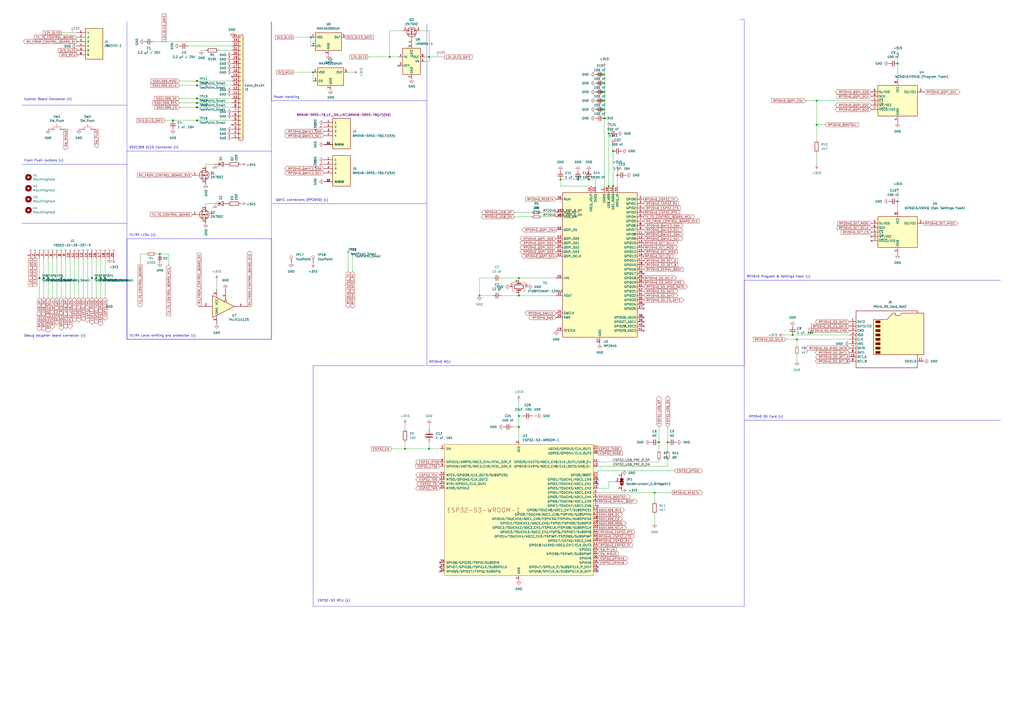
<source format=kicad_sch>
(kicad_sch (version 20230121) (generator eeschema)
  (paper "A2")
  (junction (at 55.88 161.29))
  (junction (at 114.3 59.69))
  (junction (at 520.7 36.83))
  (junction (at 248.92 33.02))
  (junction (at 60.96 161.29))
  (junction (at 92.71 147.32))
  (junction (at 22.86 161.29))
  (junction (at 300.99 161.29))
  (junction (at 114.3 69.85))
  (junction (at 350.52 53.34))
  (junction (at 341.63 104.14))
  (junction (at 379.73 285.75))
  (junction (at 350.52 63.5))
  (junction (at 387.35 256.54))
  (junction (at 350.52 48.26))
  (junction (at 382.27 256.54))
  (junction (at 114.3 49.53))
  (junction (at 350.52 68.58))
  (junction (at 358.14 101.6))
  (junction (at 35.56 161.29))
  (junction (at 520.7 116.84))
  (junction (at 350.52 43.18))
  (junction (at 53.34 161.29))
  (junction (at 300.99 241.3))
  (junction (at 248.92 260.35))
  (junction (at 353.06 107.95))
  (junction (at 353.06 77.47))
  (junction (at 355.6 87.63))
  (junction (at 100.33 69.85))
  (junction (at 473.71 58.42))
  (junction (at 459.74 194.31))
  (junction (at 27.94 161.29))
  (junction (at 355.6 107.95))
  (junction (at 226.06 33.02))
  (junction (at 473.71 72.39))
  (junction (at 181.61 41.91))
  (junction (at 25.4 161.29))
  (junction (at 350.52 58.42))
  (junction (at 300.99 247.65))
  (junction (at 114.3 57.15))
  (junction (at 300.99 171.45))
  (junction (at 234.95 260.35))
  (junction (at 325.12 104.14))
  (junction (at 58.42 161.29))
  (junction (at 114.3 62.23))
  (junction (at 114.3 46.99))
  (junction (at 278.13 171.45))
  (junction (at 335.28 104.14))
  (junction (at 462.28 196.85))
  (junction (at 180.34 21.59))
  (no_connect (at 231.14 38.1))
  (no_connect (at 505.46 139.7))
  (no_connect (at 373.38 186.69))
  (no_connect (at 346.71 293.37))
  (no_connect (at 373.38 179.07))
  (no_connect (at 255.27 326.39))
  (no_connect (at 373.38 158.75))
  (no_connect (at 373.38 176.53))
  (no_connect (at 373.38 184.15))
  (no_connect (at 346.71 280.67))
  (no_connect (at 134.62 44.45))
  (no_connect (at 255.27 331.47))
  (no_connect (at 505.46 137.16))
  (no_connect (at 373.38 189.23))
  (no_connect (at 346.71 278.13))
  (no_connect (at 346.71 328.93))
  (no_connect (at 255.27 328.93))
  (no_connect (at 346.71 331.47))
  (no_connect (at 134.62 72.39))
  (no_connect (at 373.38 191.77))
  (wire (pts (xy 127 29.21) (xy 134.62 29.21)))
  (wire (pts (xy 90.17 147.32) (xy 92.71 147.32)))
  (wire (pts (xy 204.47 41.91) (xy 201.93 41.91)))
  (wire (pts (xy 350.52 48.26) (xy 350.52 53.34)))
  (wire (pts (xy 114.3 62.23) (xy 134.62 62.23)))
  (wire (pts (xy 350.52 39.37) (xy 350.52 43.18)))
  (wire (pts (xy 278.13 171.45) (xy 285.75 171.45)))
  (wire (pts (xy 300.99 247.65) (xy 300.99 255.27)))
  (wire (pts (xy 30.48 172.72) (xy 30.48 149.86)))
  (wire (pts (xy 278.13 161.29) (xy 278.13 171.45)))
  (wire (pts (xy 181.61 41.91) (xy 181.61 46.99)))
  (wire (pts (xy 379.73 290.83) (xy 379.73 285.75)))
  (wire (pts (xy 387.35 270.51) (xy 346.71 270.51)))
  (wire (pts (xy 308.61 241.3) (xy 311.15 241.3)))
  (wire (pts (xy 350.52 68.58) (xy 350.52 107.95)))
  (wire (pts (xy 234.95 246.38) (xy 234.95 248.92)))
  (wire (pts (xy 40.64 149.86) (xy 40.64 172.72)))
  (wire (pts (xy 234.95 260.35) (xy 248.92 260.35)))
  (polyline (pts (xy 431.8 351.79) (xy 181.61 351.79)))
  (wire (pts (xy 35.56 19.05) (xy 44.45 19.05)))
  (polyline (pts (xy 431.8 212.09) (xy 431.8 162.56)))
  (wire (pts (xy 180.34 21.59) (xy 180.34 26.67)))
  (wire (pts (xy 520.7 111.76) (xy 520.7 116.84)))
  (wire (pts (xy 350.52 63.5) (xy 350.52 68.58)))
  (wire (pts (xy 248.92 256.54) (xy 248.92 260.35)))
  (wire (pts (xy 298.45 125.73) (xy 308.61 125.73)))
  (wire (pts (xy 104.14 49.53) (xy 114.3 49.53)))
  (wire (pts (xy 48.26 172.72) (xy 48.26 149.86)))
  (wire (pts (xy 38.1 149.86) (xy 38.1 172.72)))
  (wire (pts (xy 25.4 161.29) (xy 25.4 149.86)))
  (wire (pts (xy 520.7 33.02) (xy 520.7 36.83)))
  (wire (pts (xy 248.92 260.35) (xy 255.27 260.35)))
  (wire (pts (xy 104.14 59.69) (xy 114.3 59.69)))
  (wire (pts (xy 227.33 260.35) (xy 234.95 260.35)))
  (polyline (pts (xy 247.65 13.97) (xy 247.65 58.42)))
  (wire (pts (xy 213.36 33.02) (xy 226.06 33.02)))
  (wire (pts (xy 297.18 247.65) (xy 300.99 247.65)))
  (wire (pts (xy 473.71 58.42) (xy 473.71 72.39)))
  (wire (pts (xy 341.63 104.14) (xy 345.44 104.14)))
  (polyline (pts (xy 181.61 242.57) (xy 181.61 212.09)))
  (wire (pts (xy 290.83 171.45) (xy 300.99 171.45)))
  (wire (pts (xy 95.25 69.85) (xy 100.33 69.85)))
  (wire (pts (xy 114.3 59.69) (xy 134.62 59.69)))
  (wire (pts (xy 104.14 46.99) (xy 114.3 46.99)))
  (wire (pts (xy 350.52 43.18) (xy 350.52 48.26)))
  (wire (pts (xy 462.28 209.55) (xy 462.28 205.74)))
  (wire (pts (xy 353.06 279.4) (xy 353.06 283.21)))
  (wire (pts (xy 27.94 172.72) (xy 27.94 161.29)))
  (wire (pts (xy 114.3 49.53) (xy 134.62 49.53)))
  (polyline (pts (xy 12.7 60.96) (xy 73.66 60.96)))
  (wire (pts (xy 355.6 87.63) (xy 355.6 107.95)))
  (wire (pts (xy 55.88 161.29) (xy 55.88 149.86)))
  (wire (pts (xy 313.69 123.19) (xy 322.58 123.19)))
  (wire (pts (xy 55.88 172.72) (xy 55.88 161.29)))
  (wire (pts (xy 300.99 241.3) (xy 303.53 241.3)))
  (wire (pts (xy 462.28 196.85) (xy 492.76 196.85)))
  (polyline (pts (xy 247.65 58.42) (xy 247.65 118.11)))
  (wire (pts (xy 114.3 57.15) (xy 134.62 57.15)))
  (wire (pts (xy 300.99 247.65) (xy 300.99 241.3)))
  (polyline (pts (xy 181.61 302.26) (xy 181.61 351.79)))
  (wire (pts (xy 325.12 104.14) (xy 325.12 107.95)))
  (wire (pts (xy 300.99 171.45) (xy 322.58 171.45)))
  (wire (pts (xy 473.71 58.42) (xy 505.46 58.42)))
  (wire (pts (xy 246.38 35.56) (xy 248.92 35.56)))
  (wire (pts (xy 285.75 161.29) (xy 278.13 161.29)))
  (wire (pts (xy 50.8 172.72) (xy 50.8 149.86)))
  (wire (pts (xy 201.93 157.48) (xy 201.93 146.05)))
  (wire (pts (xy 387.35 256.54) (xy 387.35 261.62)))
  (wire (pts (xy 22.86 161.29) (xy 22.86 172.72)))
  (wire (pts (xy 355.6 83.82) (xy 355.6 87.63)))
  (wire (pts (xy 204.47 147.32) (xy 204.47 157.48)))
  (wire (pts (xy 114.3 69.85) (xy 134.62 69.85)))
  (wire (pts (xy 58.42 161.29) (xy 58.42 149.86)))
  (wire (pts (xy 43.18 149.86) (xy 43.18 172.72)))
  (wire (pts (xy 290.83 161.29) (xy 300.99 161.29)))
  (wire (pts (xy 300.99 161.29) (xy 300.99 162.56)))
  (wire (pts (xy 97.79 153.67) (xy 97.79 147.32)))
  (polyline (pts (xy 247.65 118.11) (xy 157.48 118.11)))
  (polyline (pts (xy 157.48 58.42) (xy 247.65 58.42)))
  (wire (pts (xy 53.34 172.72) (xy 53.34 161.29)))
  (wire (pts (xy 454.66 194.31) (xy 459.74 194.31)))
  (wire (pts (xy 124.46 118.11) (xy 119.38 118.11)))
  (wire (pts (xy 226.06 33.02) (xy 231.14 33.02)))
  (wire (pts (xy 382.27 256.54) (xy 382.27 261.62)))
  (wire (pts (xy 379.73 303.53) (xy 379.73 298.45)))
  (wire (pts (xy 248.92 246.38) (xy 248.92 248.92)))
  (wire (pts (xy 478.79 72.39) (xy 473.71 72.39)))
  (wire (pts (xy 459.74 194.31) (xy 492.76 194.31)))
  (wire (pts (xy 473.71 88.9) (xy 473.71 95.25)))
  (wire (pts (xy 125.73 162.56) (xy 125.73 167.64)))
  (wire (pts (xy 300.99 241.3) (xy 300.99 232.41)))
  (wire (pts (xy 33.02 172.72) (xy 33.02 149.86)))
  (polyline (pts (xy 431.8 212.09) (xy 431.8 11.43)))
  (wire (pts (xy 234.95 256.54) (xy 234.95 260.35)))
  (wire (pts (xy 346.71 273.05) (xy 346.71 275.59)))
  (wire (pts (xy 109.22 26.67) (xy 134.62 26.67)))
  (wire (pts (xy 387.35 247.65) (xy 387.35 256.54)))
  (polyline (pts (xy 157.48 12.7) (xy 157.48 58.42)))
  (wire (pts (xy 226.06 33.02) (xy 226.06 17.78)))
  (wire (pts (xy 35.56 161.29) (xy 35.56 149.86)))
  (wire (pts (xy 346.71 285.75) (xy 379.73 285.75)))
  (wire (pts (xy 300.99 161.29) (xy 322.58 161.29)))
  (polyline (pts (xy 431.8 243.84) (xy 580.39 243.84)))
  (wire (pts (xy 45.72 149.86) (xy 45.72 172.72)))
  (polyline (pts (xy 247.65 118.11) (xy 247.65 212.09)))
  (polyline (pts (xy 157.48 87.63) (xy 73.66 87.63)))
  (wire (pts (xy 382.27 266.7) (xy 382.27 267.97)))
  (wire (pts (xy 355.6 116.84) (xy 355.6 107.95)))
  (wire (pts (xy 35.56 172.72) (xy 35.56 161.29)))
  (wire (pts (xy 97.79 147.32) (xy 92.71 147.32)))
  (wire (pts (xy 300.99 170.18) (xy 300.99 171.45)))
  (wire (pts (xy 25.4 161.29) (xy 25.4 172.72)))
  (wire (pts (xy 246.38 33.02) (xy 248.92 33.02)))
  (wire (pts (xy 170.18 41.91) (xy 181.61 41.91)))
  (wire (pts (xy 248.92 33.02) (xy 257.81 33.02)))
  (polyline (pts (xy 431.8 162.56) (xy 580.39 162.56)))
  (wire (pts (xy 382.27 267.97) (xy 346.71 267.97)))
  (wire (pts (xy 248.92 17.78) (xy 248.92 33.02)))
  (wire (pts (xy 356.87 279.4) (xy 353.06 279.4)))
  (wire (pts (xy 119.38 118.11) (xy 119.38 119.38)))
  (wire (pts (xy 387.35 266.7) (xy 387.35 270.51)))
  (polyline (pts (xy 181.61 242.57) (xy 181.61 302.26)))
  (wire (pts (xy 100.33 69.85) (xy 114.3 69.85)))
  (wire (pts (xy 455.93 196.85) (xy 462.28 196.85)))
  (wire (pts (xy 350.52 58.42) (xy 350.52 63.5)))
  (wire (pts (xy 346.71 273.05) (xy 391.16 273.05)))
  (wire (pts (xy 353.06 116.84) (xy 353.06 107.95)))
  (polyline (pts (xy 73.66 12.7) (xy 73.66 196.85)))
  (wire (pts (xy 53.34 161.29) (xy 53.34 149.86)))
  (polyline (pts (xy 73.66 196.85) (xy 157.48 196.85)))
  (polyline (pts (xy 157.48 12.7) (xy 157.48 196.85)))
  (wire (pts (xy 520.7 116.84) (xy 520.7 121.92)))
  (wire (pts (xy 81.28 147.32) (xy 85.09 147.32)))
  (wire (pts (xy 325.12 107.95) (xy 342.9 107.95)))
  (wire (pts (xy 467.36 58.42) (xy 473.71 58.42)))
  (wire (pts (xy 473.71 72.39) (xy 473.71 81.28)))
  (wire (pts (xy 27.94 161.29) (xy 27.94 149.86)))
  (wire (pts (xy 353.06 283.21) (xy 346.71 283.21)))
  (wire (pts (xy 345.44 107.95) (xy 345.44 104.14)))
  (wire (pts (xy 81.28 147.32) (xy 81.28 153.67)))
  (wire (pts (xy 358.14 99.06) (xy 358.14 101.6)))
  (wire (pts (xy 226.06 17.78) (xy 233.68 17.78)))
  (wire (pts (xy 379.73 285.75) (xy 389.89 285.75)))
  (wire (pts (xy 144.78 177.8) (xy 143.51 177.8)))
  (wire (pts (xy 520.7 36.83) (xy 520.7 45.72)))
  (wire (pts (xy 462.28 200.66) (xy 462.28 196.85)))
  (polyline (pts (xy 429.26 11.43) (xy 431.8 11.43)))
  (wire (pts (xy 88.9 24.13) (xy 134.62 24.13)))
  (wire (pts (xy 298.45 123.19) (xy 308.61 123.19)))
  (wire (pts (xy 22.86 161.29) (xy 22.86 149.86)))
  (polyline (pts (xy 431.8 243.84) (xy 431.8 351.79)))
  (polyline (pts (xy 73.66 95.25) (xy 12.7 95.25)))
  (wire (pts (xy 313.69 125.73) (xy 322.58 125.73)))
  (polyline (pts (xy 73.66 129.54) (xy 12.7 129.54)))
  (wire (pts (xy 382.27 247.65) (xy 382.27 256.54)))
  (wire (pts (xy 325.12 104.14) (xy 335.28 104.14)))
  (wire (pts (xy 248.92 35.56) (xy 248.92 33.02)))
  (wire (pts (xy 350.52 53.34) (xy 350.52 58.42)))
  (wire (pts (xy 60.96 161.29) (xy 60.96 149.86)))
  (wire (pts (xy 104.14 62.23) (xy 114.3 62.23)))
  (wire (pts (xy 243.84 17.78) (xy 248.92 17.78)))
  (wire (pts (xy 335.28 104.14) (xy 341.63 104.14)))
  (polyline (pts (xy 181.61 212.09) (xy 246.38 212.09)))
  (wire (pts (xy 170.18 21.59) (xy 180.34 21.59)))
  (wire (pts (xy 60.96 172.72) (xy 60.96 161.29)))
  (wire (pts (xy 104.14 57.15) (xy 114.3 57.15)))
  (wire (pts (xy 119.38 95.25) (xy 119.38 96.52)))
  (wire (pts (xy 114.3 46.99) (xy 134.62 46.99)))
  (wire (pts (xy 58.42 172.72) (xy 58.42 161.29)))
  (polyline (pts (xy 431.8 212.09) (xy 431.8 243.84)))
  (wire (pts (xy 358.14 101.6) (xy 358.14 107.95)))
  (wire (pts (xy 116.84 29.21) (xy 119.38 29.21)))
  (wire (pts (xy 353.06 77.47) (xy 353.06 107.95)))
  (wire (pts (xy 353.06 73.66) (xy 353.06 77.47)))
  (wire (pts (xy 124.46 95.25) (xy 119.38 95.25)))
  (polyline (pts (xy 247.65 212.09) (xy 431.8 212.09)))
  (rectangle (start 73.66 138.43) (end 157.48 196.85))
  (text "Power handling" (at 158.75 57.15 0) (effects (font (size 1.27 1.27)) (justify left bottom)))
  (text "RP2040 Program & Settings flash (v)" (at 433.07 161.29 0) (effects (font (size 1.27 1.27)) (justify left bottom)))
  (text "TX/RX LEDs (v)" (at 74.93 137.16 0) (effects (font (size 1.27 1.27)) (justify left bottom)))
  (text "RP2040 MCU" (at 248.92 210.82 0) (effects (font (size 1.27 1.27)) (justify left bottom)))
  (text "TX/RX Level shifting and protection (v)" (at 74.93 195.58 0) (effects (font (size 1.27 1.27)) (justify left bottom)))
  (text "ESP32-S3 MCU (v)" (at 184.15 349.25 0) (effects (font (size 1.27 1.27)) (justify left bottom)))
  (text "Control Board Connector (v)" (at 13.97 58.42 0) (effects (font (size 1.27 1.27)) (justify left bottom)))
  (text "RP2040 SD Card (v)" (at 434.34 242.57 0) (effects (font (size 1.27 1.27)) (justify left bottom)))
  (text "Front Push-buttons (v)" (at 13.97 93.98 0) (effects (font (size 1.27 1.27)) (justify left bottom)))
  (text "SSD1309 OLED Connector (v)" (at 74.93 86.36 0) (effects (font (size 1.27 1.27)) (justify left bottom)))
  (text "Debug daughter board connector (v)" (at 13.97 195.58 0) (effects (font (size 1.27 1.27)) (justify left bottom)))
  (text "QWIIC connectors (RP2040) (v)" (at 160.02 116.84 0) (effects (font (size 1.27 1.27)) (justify left bottom)))
  (label "ESP32_USB_PRE_R_DP" (at 355.6 267.97 0))
  (label "RP2040_USB_PRE_R_DN" (at 314.96 125.73 0))
  (label "RP2040_USB_PRE_R_DP" (at 314.96 123.19 0))
  (label "ESP32_USB_PRE_R_DN" (at 355.6 270.51 0))
  (global_label "RP2040_QWIIC1_SDA" (shape bidirectional) (at 187.96 76.2 180) (property "Intersheetrefs" "${INTERSHEET_REFS}" (effects hide)))
  (global_label "RP2040_SET_CS" (shape output) (at 373.38 148.59 0) (property "Intersheetrefs" "${INTERSHEET_REFS}" (effects hide)))
  (global_label "12V_OLED_SAFE" (shape passive) (at 17.78 149.86 270) (property "Intersheetrefs" "${INTERSHEET_REFS}" (effects hide)))
  (global_label "RP2040_USB_DN" (shape bidirectional) (at 298.45 125.73 180) (property "Intersheetrefs" "${INTERSHEET_REFS}" (effects hide)))
  (global_label "RP2040_SD_DET_A" (shape output) (at 492.76 207.01 180) (property "Intersheetrefs" "${INTERSHEET_REFS}" (effects hide)))
  (global_label "ESP32_EN" (shape input) (at 227.33 260.35 180) (property "Intersheetrefs" "${INTERSHEET_REFS}" (effects hide)))
  (global_label "SSD1309_DC" (shape input) (at 104.14 57.15 180) (property "Intersheetrefs" "${INTERSHEET_REFS}" (effects hide)))
  (global_label "12V_OLED" (shape passive) (at 35.56 19.05 180) (property "Intersheetrefs" "${INTERSHEET_REFS}" (effects hide)))
  (global_label "RP2040_SD_CS_DAT3" (shape bidirectional) (at 373.38 173.99 0) (property "Intersheetrefs" "${INTERSHEET_REFS}" (effects hide)))
  (global_label "RP2040_ESP32_CTS" (shape input) (at 373.38 120.65 0) (property "Intersheetrefs" "${INTERSHEET_REFS}" (effects hide)))
  (global_label "ESP32_TDI" (shape bidirectional) (at 255.27 280.67 180) (property "Intersheetrefs" "${INTERSHEET_REFS}" (effects hide)))
  (global_label "SSD1309_SCLK" (shape input) (at 104.14 49.53 180) (property "Intersheetrefs" "${INTERSHEET_REFS}" (effects hide)))
  (global_label "RP2040_SD_MOSI_CMD" (shape output) (at 373.38 163.83 0) (property "Intersheetrefs" "${INTERSHEET_REFS}" (effects hide)))
  (global_label "RP2040_QWIIC1_SCL" (shape bidirectional) (at 373.38 138.43 0) (property "Intersheetrefs" "${INTERSHEET_REFS}" (effects hide)))
  (global_label "ESP32_RXD0" (shape input) (at 346.71 262.89 0) (property "Intersheetrefs" "${INTERSHEET_REFS}" (effects hide)))
  (global_label "RP2040_QSPI_CSn" (shape output) (at 322.58 133.35 180) (property "Intersheetrefs" "${INTERSHEET_REFS}" (effects hide)))
  (global_label "RP2040_BOOTSEL" (shape input) (at 478.79 72.39 0) (property "Intersheetrefs" "${INTERSHEET_REFS}" (effects hide)))
  (global_label "ESP32_USB_DN" (shape bidirectional) (at 387.35 247.65 90) (property "Intersheetrefs" "${INTERSHEET_REFS}" (effects hide)))
  (global_label "TX_TO_CONTROL_BOARD" (shape input) (at 111.76 124.46 180) (property "Intersheetrefs" "${INTERSHEET_REFS}" (effects hide)))
  (global_label "ESP32_TCK" (shape bidirectional) (at 255.27 275.59 180) (property "Intersheetrefs" "${INTERSHEET_REFS}" (effects hide)))
  (global_label "ESP32_USB_DN" (shape bidirectional) (at 40.64 172.72 270) (property "Intersheetrefs" "${INTERSHEET_REFS}" (effects hide)))
  (global_label "RP2040_USB_DP" (shape bidirectional) (at 298.45 123.19 180) (property "Intersheetrefs" "${INTERSHEET_REFS}" (effects hide)))
  (global_label "SW_MINUS" (shape output) (at 38.1 74.93 270) (property "Intersheetrefs" "${INTERSHEET_REFS}" (effects hide)))
  (global_label "ESP32_GPIO46" (shape bidirectional) (at 346.71 326.39 0) (property "Intersheetrefs" "${INTERSHEET_REFS}" (effects hide)))
  (global_label "RP2040_SET_SCLK" (shape output) (at 373.38 140.97 0) (property "Intersheetrefs" "${INTERSHEET_REFS}" (effects hide)))
  (global_label "SW_PLUS" (shape input) (at 346.71 318.77 0) (property "Intersheetrefs" "${INTERSHEET_REFS}" (effects hide)))
  (global_label "ESP32_GPIO0" (shape bidirectional) (at 391.16 273.05 0) (property "Intersheetrefs" "${INTERSHEET_REFS}" (effects hide)))
  (global_label "RP2040_QWIIC2_SCL" (shape bidirectional) (at 373.38 133.35 0) (property "Intersheetrefs" "${INTERSHEET_REFS}" (effects hide)))
  (global_label "RP2040_SD_DAT2" (shape bidirectional) (at 492.76 186.69 180) (property "Intersheetrefs" "${INTERSHEET_REFS}" (effects hide)))
  (global_label "RP2040_SWCLK" (shape bidirectional) (at 322.58 181.61 180) (property "Intersheetrefs" "${INTERSHEET_REFS}" (effects hide)))
  (global_label "RP2040_QSPI_SCK" (shape output) (at 322.58 148.59 180) (property "Intersheetrefs" "${INTERSHEET_REFS}" (effects hide)))
  (global_label "RP2040_SD_DAT1" (shape bidirectional) (at 373.38 168.91 0) (property "Intersheetrefs" "${INTERSHEET_REFS}" (effects hide)))
  (global_label "RP2040_ESP32_RX" (shape input) (at 373.38 118.11 0) (property "Intersheetrefs" "${INTERSHEET_REFS}" (effects hide)))
  (global_label "TX_TO_CONTROL_BOARD" (shape output) (at 81.28 153.67 270) (property "Intersheetrefs" "${INTERSHEET_REFS}" (effects hide)))
  (global_label "ESP32_TMS" (shape bidirectional) (at 255.27 283.21 180) (property "Intersheetrefs" "${INTERSHEET_REFS}" (effects hide)))
  (global_label "RP2040_SD_DAT2" (shape bidirectional) (at 373.38 171.45 0) (property "Intersheetrefs" "${INTERSHEET_REFS}" (effects hide)))
  (global_label "RX_FROM_CONTROL_BOARD_3V3" (shape input) (at 373.38 128.27 0) (property "Intersheetrefs" "${INTERSHEET_REFS}" (effects hide)))
  (global_label "RP2040_QWIIC2_SCL" (shape bidirectional) (at 187.96 100.33 180) (property "Intersheetrefs" "${INTERSHEET_REFS}" (effects hide)))
  (global_label "SSD1309_SCLK" (shape output) (at 346.71 306.07 0) (property "Intersheetrefs" "${INTERSHEET_REFS}" (effects hide)))
  (global_label "RP2040_QWIIC2_SDA" (shape bidirectional) (at 373.38 130.81 0) (property "Intersheetrefs" "${INTERSHEET_REFS}" (effects hide)))
  (global_label "ESP32_GPIO0" (shape bidirectional) (at 58.42 172.72 270) (property "Intersheetrefs" "${INTERSHEET_REFS}" (effects hide)))
  (global_label "RP2040_SWCLK" (shape bidirectional) (at 30.48 172.72 270) (property "Intersheetrefs" "${INTERSHEET_REFS}" (effects hide)))
  (global_label "RP2040_BOOTSEL" (shape output) (at 346.71 288.29 0) (property "Intersheetrefs" "${INTERSHEET_REFS}" (effects hide)))
  (global_label "RP2040_QSPI_SD1" (shape bidirectional) (at 535.94 53.34 0) (property "Intersheetrefs" "${INTERSHEET_REFS}" (effects hide)))
  (global_label "SW_MINUS" (shape input) (at 346.71 321.31 0) (property "Intersheetrefs" "${INTERSHEET_REFS}" (effects hide)))
  (global_label "RP2040_USB_DP" (shape bidirectional) (at 22.86 172.72 270) (property "Intersheetrefs" "${INTERSHEET_REFS}" (effects hide)))
  (global_label "RP2040_QSPI_SD2" (shape bidirectional) (at 505.46 60.96 180) (property "Intersheetrefs" "${INTERSHEET_REFS}" (effects hide)))
  (global_label "3V3_MCU" (shape passive) (at 170.18 41.91 180) (property "Intersheetrefs" "${INTERSHEET_REFS}" (effects hide)))
  (global_label "ESP32_USB_DP" (shape bidirectional) (at 382.27 247.65 90) (property "Intersheetrefs" "${INTERSHEET_REFS}" (effects hide)))
  (global_label "12V_OLED" (shape passive) (at 213.36 33.02 180) (property "Intersheetrefs" "${INTERSHEET_REFS}" (effects hide)))
  (global_label "ESP32_TDO" (shape bidirectional) (at 255.27 278.13 180) (property "Intersheetrefs" "${INTERSHEET_REFS}" (effects hide)))
  (global_label "RP2040_QSPI_SD0" (shape bidirectional) (at 505.46 53.34 180) (property "Intersheetrefs" "${INTERSHEET_REFS}" (effects hide)))
  (global_label "3V3_OLED_SAFE" (shape passive) (at 95.25 69.85 180) (property "Intersheetrefs" "${INTERSHEET_REFS}" (effects hide)))
  (global_label "RP2040_USB_DN" (shape bidirectional) (at 25.4 172.72 270) (property "Intersheetrefs" "${INTERSHEET_REFS}" (effects hide)))
  (global_label "SSD1309_CS" (shape input) (at 104.14 62.23 180) (property "Intersheetrefs" "${INTERSHEET_REFS}" (effects hide)))
  (global_label "3V3_OLED" (shape passive) (at 170.18 21.59 180) (property "Intersheetrefs" "${INTERSHEET_REFS}" (effects hide)))
  (global_label "RP2040_SD_MOSI_CMD" (shape input) (at 492.76 191.77 180) (property "Intersheetrefs" "${INTERSHEET_REFS}" (effects hide)))
  (global_label "RP2040_QWIIC1_SDA" (shape bidirectional) (at 373.38 135.89 0) (property "Intersheetrefs" "${INTERSHEET_REFS}" (effects hide)))
  (global_label "RX_FROM_CONTROL_BOARD_3V3" (shape output) (at 144.78 177.8 90) (property "Intersheetrefs" "${INTERSHEET_REFS}" (effects hide)))
  (global_label "RP2040_ESP32_TX" (shape output) (at 373.38 115.57 0) (property "Intersheetrefs" "${INTERSHEET_REFS}" (effects hide)))
  (global_label "RP2040_QSPI_SD3" (shape bidirectional) (at 322.58 146.05 180) (property "Intersheetrefs" "${INTERSHEET_REFS}" (effects hide)))
  (global_label "ESP32_CTS0" (shape input) (at 255.27 270.51 180) (property "Intersheetrefs" "${INTERSHEET_REFS}" (effects hide)))
  (global_label "SSD1309_DC" (shape output) (at 346.71 298.45 0) (property "Intersheetrefs" "${INTERSHEET_REFS}" (effects hide)))
  (global_label "SSD1309_CS" (shape output) (at 346.71 300.99 0) (property "Intersheetrefs" "${INTERSHEET_REFS}" (effects hide)))
  (global_label "RP2040_QSPI_SD0" (shape bidirectional) (at 322.58 138.43 180) (property "Intersheetrefs" "${INTERSHEET_REFS}" (effects hide)))
  (global_label "RP2040_SD_DET_B" (shape output) (at 492.76 209.55 180) (property "Intersheetrefs" "${INTERSHEET_REFS}" (effects hide)))
  (global_label "SSD1309_MOSI" (shape output) (at 346.71 303.53 0) (property "Intersheetrefs" "${INTERSHEET_REFS}" (effects hide)))
  (global_label "RP2040_QWIIC1_SCL" (shape bidirectional) (at 187.96 78.74 180) (property "Intersheetrefs" "${INTERSHEET_REFS}" (effects hide)))
  (global_label "RP2040_RESETn" (shape bidirectional) (at 35.56 172.72 270) (property "Intersheetrefs" "${INTERSHEET_REFS}" (effects hide)))
  (global_label "RP2040_SWD" (shape bidirectional) (at 322.58 184.15 180) (property "Intersheetrefs" "${INTERSHEET_REFS}" (effects hide)))
  (global_label "ESP32_TXD0" (shape output) (at 346.71 260.35 0) (property "Intersheetrefs" "${INTERSHEET_REFS}" (effects hide)))
  (global_label "RP2040_SET_MOSI" (shape output) (at 373.38 143.51 0) (property "Intersheetrefs" "${INTERSHEET_REFS}" (effects hide)))
  (global_label "TX_TO_CONTROL_BOARD_MCU" (shape input) (at 97.79 153.67 270) (property "Intersheetrefs" "${INTERSHEET_REFS}" (effects hide)))
  (global_label "RP2040_SD_SCLK" (shape output) (at 373.38 161.29 0) (property "Intersheetrefs" "${INTERSHEET_REFS}" (effects hide)))
  (global_label "ESP32_TCK" (shape bidirectional) (at 43.18 172.72 270) (property "Intersheetrefs" "${INTERSHEET_REFS}" (effects hide)))
  (global_label "ESP32_RXD0" (shape bidirectional) (at 53.34 172.72 270) (property "Intersheetrefs" "${INTERSHEET_REFS}" (effects hide)))
  (global_label "RP2040_BOOTSEL" (shape bidirectional) (at 27.94 172.72 270) (property "Intersheetrefs" "${INTERSHEET_REFS}" (effects hide)))
  (global_label "RP2040_SD_CS_DAT3" (shape input) (at 492.76 189.23 180) (property "Intersheetrefs" "${INTERSHEET_REFS}" (effects hide)))
  (global_label "ESP32_TMS" (shape bidirectional) (at 50.8 172.72 270) (property "Intersheetrefs" "${INTERSHEET_REFS}" (effects hide)))
  (global_label "RP2040_ESP32_TX" (shape input) (at 346.71 316.23 0) (property "Intersheetrefs" "${INTERSHEET_REFS}" (effects hide)))
  (global_label "RP2040_ESP32_TX" (shape bidirectional) (at 201.93 157.48 270) (property "Intersheetrefs" "${INTERSHEET_REFS}" (effects hide)))
  (global_label "RP2040_SD_SCLK" (shape input) (at 455.93 196.85 180) (property "Intersheetrefs" "${INTERSHEET_REFS}" (effects hide)))
  (global_label "RP2040_ESP32_RTS" (shape output) (at 373.38 123.19 0) (property "Intersheetrefs" "${INTERSHEET_REFS}" (effects hide)))
  (global_label "TX_TO_CONTROL_BOARD" (shape input) (at 44.45 21.59 180) (property "Intersheetrefs" "${INTERSHEET_REFS}" (effects hide)))
  (global_label "RP2040_RESETn" (shape input) (at 322.58 115.57 180) (property "Intersheetrefs" "${INTERSHEET_REFS}" (effects hide)))
  (global_label "RP2040_ESP32_CTS" (shape output) (at 346.71 311.15 0) (property "Intersheetrefs" "${INTERSHEET_REFS}" (effects hide)))
  (global_label "ESP32_TXD0" (shape bidirectional) (at 55.88 172.72 270) (property "Intersheetrefs" "${INTERSHEET_REFS}" (effects hide)))
  (global_label "RP2040_ESP32_RX" (shape output) (at 346.71 313.69 0) (property "Intersheetrefs" "${INTERSHEET_REFS}" (effects hide)))
  (global_label "RP2040_SD_MISO_DAT0" (shape bidirectional) (at 492.76 201.93 180) (property "Intersheetrefs" "${INTERSHEET_REFS}" (effects hide)))
  (global_label "RP2040_QSPI_SD1" (shape bidirectional) (at 322.58 140.97 180) (property "Intersheetrefs" "${INTERSHEET_REFS}" (effects hide)))
  (global_label "RP2040_SET_MISO" (shape input) (at 373.38 146.05 0) (property "Intersheetrefs" "${INTERSHEET_REFS}" (effects hide)))
  (global_label "RP2040_SET_SCLK" (shape input) (at 505.46 132.08 180) (property "Intersheetrefs" "${INTERSHEET_REFS}" (effects hide)))
  (global_label "3V3_OLED" (shape passive) (at 44.45 29.21 180) (property "Intersheetrefs" "${INTERSHEET_REFS}" (effects hide)))
  (global_label "ESP32_GPIO45" (shape bidirectional) (at 346.71 323.85 0) (property "Intersheetrefs" "${INTERSHEET_REFS}" (effects hide)))
  (global_label "SSD1309_RES" (shape input) (at 104.14 59.69 180) (property "Intersheetrefs" "${INTERSHEET_REFS}" (effects hide)))
  (global_label "12V_OLED_SAFE" (shape passive) (at 95.25 24.13 90) (property "Intersheetrefs" "${INTERSHEET_REFS}" (effects hide)))
  (global_label "12V_OLED_SAFE" (shape passive) (at 257.81 33.02 0) (property "Intersheetrefs" "${INTERSHEET_REFS}" (effects hide)))
  (global_label "RP2040_SERIAL_BOOT" (shape input) (at 373.38 156.21 0) (property "Intersheetrefs" "${INTERSHEET_REFS}" (effects hide)))
  (global_label "SSD1309_MOSI" (shape input) (at 104.14 46.99 180) (property "Intersheetrefs" "${INTERSHEET_REFS}" (effects hide)))
  (global_label "3V3_OLED_SAFE" (shape passive) (at 20.32 149.86 270) (property "Intersheetrefs" "${INTERSHEET_REFS}" (effects hide)))
  (global_label "ESP32_RTS0" (shape output) (at 255.27 267.97 180) (property "Intersheetrefs" "${INTERSHEET_REFS}" (effects hide)))
  (global_label "TX_TO_CONTROL_BOARD_MCU" (shape output) (at 373.38 125.73 0) (property "Intersheetrefs" "${INTERSHEET_REFS}" (effects hide)))
  (global_label "RP2040_RESETn" (shape output) (at 389.89 285.75 0) (property "Intersheetrefs" "${INTERSHEET_REFS}" (effects hide)))
  (global_label "RX_FROM_CONTROL_BOARD_5V" (shape output) (at 44.45 24.13 180) (property "Intersheetrefs" "${INTERSHEET_REFS}" (effects hide)))
  (global_label "RP2040_QSPI_SD3" (shape bidirectional) (at 505.46 63.5 180) (property "Intersheetrefs" "${INTERSHEET_REFS}" (effects hide)))
  (global_label "RP2040_SET_MISO" (shape output) (at 535.94 129.54 0) (property "Intersheetrefs" "${INTERSHEET_REFS}" (effects hide)))
  (global_label "3V3_OLED_SAFE" (shape passive) (at 200.66 21.59 0) (property "Intersheetrefs" "${INTERSHEET_REFS}" (effects hide)))
  (global_label "RX_FROM_CONTROL_BOARD_3V3" (shape input) (at 111.76 101.6 180) (property "Intersheetrefs" "${INTERSHEET_REFS}" (effects hide)))
  (global_label "RP2040_QWIIC2_SDA" (shape bidirectional) (at 187.96 97.79 180) (property "Intersheetrefs" "${INTERSHEET_REFS}" (effects hide)))
  (global_label "RP2040_SWD" (shape bidirectional) (at 33.02 172.72 270) (property "Intersheetrefs" "${INTERSHEET_REFS}" (effects hide)))
  (global_label "RP2040_SD_DET_A" (shape input) (at 373.38 151.13 0) (property "Intersheetrefs" "${INTERSHEET_REFS}" (effects hide)))
  (global_label "RP2040_SD_MISO_DAT0" (shape bidirectional) (at 373.38 166.37 0) (property "Intersheetrefs" "${INTERSHEET_REFS}" (effects hide)))
  (global_label "RP2040_QSPI_CSn" (shape input) (at 467.36 58.42 180) (property "Intersheetrefs" "${INTERSHEET_REFS}" (effects hide)))
  (global_label "RP2040_SERIAL_BOOT" (shape output) (at 346.71 290.83 0) (property "Intersheetrefs" "${INTERSHEET_REFS}" (effects hide)))
  (global_label "SSD1309_RES" (shape output) (at 346.71 295.91 0) (property "Intersheetrefs" "${INTERSHEET_REFS}" (effects hide)))
  (global_label "RX_FROM_CONTROL_BOARD_5V" (shape input) (at 115.57 177.8 90) (property "Intersheetrefs" "${INTERSHEET_REFS}" (effects hide)))
  (global_label "RP2040_QSPI_SD2" (shape bidirectional) (at 322.58 143.51 180) (property "Intersheetrefs" "${INTERSHEET_REFS}" (effects hide)))
  (global_label "RP2040_SD_DET_B" (shape input) (at 373.38 153.67 0) (property "Intersheetrefs" "${INTERSHEET_REFS}" (effects hide)))
  (global_label "RP2040_SET_MOSI" (shape input) (at 505.46 129.54 180) (property "Intersheetrefs" "${INTERSHEET_REFS}" (effects hide)))
  (global_label "3V3_MCU" (shape passive) (at 44.45 31.75 180) (property "Intersheetrefs" "${INTERSHEET_REFS}" (effects hide)))
  (global_label "RP2040_QSPI_SCK" (shape input) (at 505.46 55.88 180) (property "Intersheetrefs" "${INTERSHEET_REFS}" (effects hide)))
  (global_label "ESP32_TDI" (shape bidirectional) (at 48.26 172.72 270) (property "Intersheetrefs" "${INTERSHEET_REFS}" (effects hide)))
  (global_label "RP2040_SD_DAT1" (shape bidirectional) (at 492.76 204.47 180) (property "Intersheetrefs" "${INTERSHEET_REFS}" (effects hide)))
  (global_label "ESP32_EN" (shape bidirectional) (at 60.96 172.72 270) (property "Intersheetrefs" "${INTERSHEET_REFS}" (effects hide)))
  (global_label "RP2040_ESP32_RTS" (shape input) (at 346.71 308.61 0) (property "Intersheetrefs" "${INTERSHEET_REFS}" (effects hide)))
  (global_label "RP2040_SET_CS" (shape input) (at 505.46 134.62 180) (property "Intersheetrefs" "${INTERSHEET_REFS}" (effects hide)))
  (global_label "RP2040_ESP32_RX" (shape bidirectional) (at 204.47 157.48 270) (property "Intersheetrefs" "${INTERSHEET_REFS}" (effects hide)))
  (global_label "ESP32_USB_DP" (shape bidirectional) (at 38.1 172.72 270) (property "Intersheetrefs" "${INTERSHEET_REFS}" (effects hide)))
  (global_label "ESP32_TDO" (shape bidirectional) (at 45.72 172.72 270) (property "Intersheetrefs" "${INTERSHEET_REFS}" (effects hide)))
  (global_label "SW_PLUS" (shape output) (at 55.88 74.93 270) (property "Intersheetrefs" "${INTERSHEET_REFS}" (effects hide)))
  (netclass_flag "" (length 2.54) (shape round) (at 41.91 19.05 0) (property "Netclass" "12V" (at 42.5196 16.51 0) (effects (font italic) (justify left))))
  (netclass_flag "" (length 2.54) (shape round) (at 254 33.02 0) (property "Netclass" "12V" (at 254.6096 30.48 0) (effects (font italic) (justify left))))
  (symbol (lib_id "Switch:SW_Push") (at 33.02 74.93 0) (unit 1)
    (property "Reference" "SW1" (at 33.02 67.691 0))
    (property "Value" "SW_Push" (at 33.02 70.0024 0))
    (property "Footprint" "SW_Push_ADTSMW65:ADTSMW65" (effects hide))
  )
  (symbol (lib_id "Switch:SW_Push") (at 50.8 74.93 0) (unit 1) (in_bom no)
    (property "Reference" "SW2" (at 50.8 67.691 0))
    (property "Value" "SW_Push" (at 50.8 70.0024 0))
    (property "Footprint" "SW_Push_ADTSMW65:ADTSMW65" (effects hide))
  )
  (symbol (lib_id "power:GND") (at 44.45 26.67 270) (unit 1)
    (property "Reference" "#PWR03" (effects hide))
    (property "Value" "GND" (at 41.1988 26.797 90) (effects (justify right)))
  )
  (symbol (lib_id "power:GND") (at 134.62 80.01 270) (unit 1)
    (property "Reference" "#PWR030" (effects hide))
    (property "Value" "GND" (at 131.3688 80.137 90) (effects (justify right)))
  )
  (symbol (lib_id "power:GND") (at 134.62 74.93 270) (unit 1)
    (property "Reference" "#PWR028" (effects hide))
    (property "Value" "GND" (at 131.3688 75.057 90) (effects (justify right)))
  )
  (symbol (lib_id "power:GND") (at 134.62 77.47 270) (unit 1)
    (property "Reference" "#PWR029" (effects hide))
    (property "Value" "GND" (at 131.3688 77.597 90) (effects (justify right)))
  )
  (symbol (lib_id "power:GND") (at 134.62 64.77 270) (unit 1)
    (property "Reference" "#PWR026" (effects hide))
    (property "Value" "GND" (at 131.3688 64.897 90) (effects (justify right)))
  )
  (symbol (lib_id "power:GND") (at 134.62 67.31 270) (unit 1)
    (property "Reference" "#PWR027" (effects hide))
    (property "Value" "GND" (at 131.3688 67.437 90) (effects (justify right)))
  )
  (symbol (lib_id "power:GND") (at 134.62 52.07 270) (unit 1)
    (property "Reference" "#PWR024" (effects hide))
    (property "Value" "GND" (at 131.3688 52.197 90) (effects (justify right)))
  )
  (symbol (lib_id "power:GND") (at 134.62 54.61 270) (unit 1)
    (property "Reference" "#PWR025" (effects hide))
    (property "Value" "GND" (at 131.3688 54.737 90) (effects (justify right)))
  )
  (symbol (lib_id "power:GND") (at 134.62 31.75 270) (unit 1)
    (property "Reference" "#PWR019" (effects hide))
    (property "Value" "GND" (at 131.3688 31.877 90) (effects (justify right)))
  )
  (symbol (lib_id "power:GND") (at 134.62 34.29 270) (unit 1)
    (property "Reference" "#PWR020" (effects hide))
    (property "Value" "GND" (at 131.3688 34.417 90) (effects (justify right)))
  )
  (symbol (lib_id "power:GND") (at 134.62 36.83 270) (unit 1)
    (property "Reference" "#PWR021" (effects hide))
    (property "Value" "GND" (at 131.3688 36.957 90) (effects (justify right)))
  )
  (symbol (lib_id "power:GND") (at 134.62 39.37 270) (unit 1)
    (property "Reference" "#PWR022" (effects hide))
    (property "Value" "GND" (at 131.3688 39.497 90) (effects (justify right)))
  )
  (symbol (lib_id "Device:R") (at 123.19 29.21 90) (unit 1)
    (property "Reference" "R1" (at 123.19 31.75 90))
    (property "Value" "910K" (at 123.19 34.29 90))
    (property "Footprint" "Resistor_SMD:R_0402_1005Metric" (effects hide))
    (property "JLCPCB Basic" "N" (effects hide))
    (property "LCSC" "C170371" (effects hide))
  )
  (symbol (lib_id "power:GND") (at 116.84 29.21 0) (unit 1)
    (property "Reference" "#PWR013" (effects hide))
    (property "Value" "GND" (at 116.967 33.6042 0))
  )
  (symbol (lib_id "power:GND") (at 134.62 41.91 270) (unit 1)
    (property "Reference" "#PWR023" (effects hide))
    (property "Value" "GND" (at 131.3688 42.037 90) (effects (justify right)))
  )
  (symbol (lib_id "Device:C_Small") (at 106.68 26.67 270) (unit 1)
    (property "Reference" "C3" (at 106.68 30.48 90))
    (property "Value" "2.2 µF / 25V" (at 106.68 33.02 90))
    (property "Footprint" "Capacitor_SMD:C_0603_1608Metric" (effects hide))
    (property "LCSC" "C668356" (effects hide))
  )
  (symbol (lib_id "power:GND") (at 104.14 26.67 270) (unit 1)
    (property "Reference" "#PWR012" (effects hide))
    (property "Value" "GND" (at 99.7458 26.797 0))
  )
  (symbol (lib_id "smart-lcc-rescue:280372-1-TE_280372-1") (at 54.61 26.67 0) (unit 1)
    (property "Reference" "J1" (at 60.452 24.2316 0) (effects (justify left)))
    (property "Value" "280372-1" (at 60.452 26.543 0) (effects (justify left)))
    (property "Footprint" "280372-1:TE_280372-1" (effects hide))
    (property "Product_Type" "Connector" (effects hide))
    (property "Centerline_Pitch" "2.54 mm[.1 in]" (effects hide))
    (property "Number_of_Positions" "6" (effects hide))
    (property "EU_RoHS_Compliance" "Compliant" (effects hide))
  )
  (symbol (lib_id "power:GND") (at 134.62 21.59 180) (unit 1)
    (property "Reference" "#PWR018" (effects hide))
    (property "Value" "GND" (at 134.493 17.1958 0))
  )
  (symbol (lib_id "Connector_Generic:Conn_01x24") (at 139.7 52.07 0) (mirror x) (unit 1)
    (property "Reference" "J3" (at 141.732 51.8668 0) (effects (justify left)))
    (property "Value" "Conn_01x24" (at 141.732 49.5554 0) (effects (justify left)))
    (property "Footprint" "FH34SRJ-24S-0.5SH_50:FH34SRJ24S05SH50" (effects hide))
    (property "JLCPCB Basic" "N" (effects hide))
    (property "LCSC" "C324726" (effects hide))
  )
  (symbol (lib_id "Device:LED") (at 128.27 95.25 0) (unit 1)
    (property "Reference" "D1" (at 128.0922 93.218 90) (effects (justify left)))
    (property "Value" "19-217/BHC-ZL1M2RY/3T" (effects hide))
    (property "Footprint" "LED_SMD:LED_0603_1608Metric" (effects hide))
    (property "JLCPCB Basic" "Y" (effects hide))
    (property "LCSC" "C72041" (effects hide))
  )
  (symbol (lib_id "Device:R") (at 135.89 95.25 90) (unit 1)
    (property "Reference" "R2" (at 134.7216 93.472 0) (effects (justify left)))
    (property "Value" "20R" (at 137.033 93.472 0) (effects (justify left)))
    (property "Footprint" "Resistor_SMD:R_0402_1005Metric" (effects hide))
    (property "JLCPCB Basic" "N" (effects hide))
    (property "LCSC" "C2909334" (effects hide))
  )
  (symbol (lib_id "Transistor_FET:2N7002") (at 116.84 101.6 0) (unit 1)
    (property "Reference" "Q1" (at 122.0216 100.4316 0) (effects (justify left)))
    (property "Value" "2N7002" (at 122.0216 102.743 0) (effects (justify left)))
    (property "Footprint" "Package_TO_SOT_SMD:SOT-23" (effects hide))
    (property "Datasheet" "https://www.onsemi.com/pub/Collateral/NDS7002A-D.PDF" (effects hide))
    (property "JLCPCB Basic" "Y" (effects hide))
    (property "LCSC" "C8545" (effects hide))
  )
  (symbol (lib_id "Device:LED") (at 128.27 118.11 0) (unit 1)
    (property "Reference" "D2" (at 128.0922 116.078 90) (effects (justify left)))
    (property "Value" "19-217/BHC-ZL1M2RY/3T" (effects hide))
    (property "Footprint" "LED_SMD:LED_0603_1608Metric" (effects hide))
    (property "JLCPCB Basic" "Y" (effects hide))
    (property "LCSC" "C72041" (effects hide))
  )
  (symbol (lib_id "Device:R") (at 135.89 118.11 90) (unit 1)
    (property "Reference" "R3" (at 134.7216 116.332 0) (effects (justify left)))
    (property "Value" "20R" (at 137.033 116.332 0) (effects (justify left)))
    (property "Footprint" "Resistor_SMD:R_0402_1005Metric" (effects hide))
    (property "JLCPCB Basic" "N" (effects hide))
    (property "LCSC" "C2909334" (effects hide))
  )
  (symbol (lib_id "power:+3V3") (at 139.7 95.25 270) (unit 1)
    (property "Reference" "#PWR031" (effects hide))
    (property "Value" "+3V3" (at 142.9512 95.631 90) (effects (justify left)))
  )
  (symbol (lib_id "Transistor_FET:2N7002") (at 116.84 124.46 0) (unit 1)
    (property "Reference" "Q2" (at 122.0216 123.2916 0) (effects (justify left)))
    (property "Value" "2N7002" (at 122.0216 125.603 0) (effects (justify left)))
    (property "Footprint" "Package_TO_SOT_SMD:SOT-23" (effects hide))
    (property "Datasheet" "https://www.onsemi.com/pub/Collateral/NDS7002A-D.PDF" (effects hide))
    (property "JLCPCB Basic" "Y" (effects hide))
    (property "LCSC" "C8545" (effects hide))
  )
  (symbol (lib_id "power:+3V3") (at 139.7 118.11 270) (unit 1)
    (property "Reference" "#PWR032" (effects hide))
    (property "Value" "+3V3" (at 142.9512 118.491 90) (effects (justify left)))
  )
  (symbol (lib_id "power:GND") (at 119.38 106.68 0) (unit 1)
    (property "Reference" "#PWR014" (effects hide))
    (property "Value" "GND" (at 119.507 109.9312 90) (effects (justify right)))
  )
  (symbol (lib_id "power:GND") (at 119.38 129.54 0) (unit 1)
    (property "Reference" "#PWR015" (effects hide))
    (property "Value" "GND" (at 119.507 132.7912 90) (effects (justify right)))
  )
  (symbol (lib_id "Device:R_Small") (at 87.63 147.32 270) (unit 1)
    (property "Reference" "R4" (at 87.63 149.86 90))
    (property "Value" "220R" (at 87.63 152.4 90))
    (property "Footprint" "Resistor_SMD:R_0402_1005Metric" (effects hide))
    (property "JLCPCB Basic" "N" (effects hide))
    (property "LCSC" "C160487" (effects hide))
  )
  (symbol (lib_id "Device:D_Zener_Small") (at 92.71 149.86 270) (unit 1)
    (property "Reference" "D3" (at 94.488 149.86 90) (effects (justify left)))
    (property "Value" "TPZ3V6C-1006" (effects hide))
    (property "Footprint" "PCM_Diode_SMD_AKL:D_SOD-882_DFN1006-2" (effects hide))
    (property "JLCPCB Basic" "N" (effects hide))
    (property "LCSC" "C2923392" (effects hide))
  )
  (symbol (lib_id "power:GND") (at 92.71 152.4 0) (unit 1)
    (property "Reference" "#PWR033" (effects hide))
    (property "Value" "GND" (at 92.837 156.7942 0))
  )
  (symbol (lib_id "Mechanical:MountingHole") (at 16.51 121.92 0) (unit 1) (in_bom no)
    (property "Reference" "H4" (at 19.05 120.7516 0) (effects (justify left)))
    (property "Value" "MountingHole" (at 19.05 123.063 0) (effects (justify left)))
    (property "Footprint" "MountingHole:MountingHole_2.7mm" (effects hide))
  )
  (symbol (lib_id "Mechanical:MountingHole") (at 16.51 115.57 0) (unit 1) (in_bom no)
    (property "Reference" "H3" (at 19.05 114.4016 0) (effects (justify left)))
    (property "Value" "MountingHole" (at 19.05 116.713 0) (effects (justify left)))
    (property "Footprint" "MountingHole:MountingHole_2.7mm" (effects hide))
  )
  (symbol (lib_id "Mechanical:MountingHole") (at 16.51 109.22 0) (unit 1) (in_bom no)
    (property "Reference" "H2" (at 19.05 108.0516 0) (effects (justify left)))
    (property "Value" "MountingHole" (at 19.05 110.363 0) (effects (justify left)))
    (property "Footprint" "MountingHole:MountingHole_2.7mm" (effects hide))
  )
  (symbol (lib_id "Mechanical:MountingHole") (at 16.51 102.87 0) (unit 1) (in_bom no)
    (property "Reference" "H1" (at 19.05 101.7016 0) (effects (justify left)))
    (property "Value" "MountingHole" (at 19.05 104.013 0) (effects (justify left)))
    (property "Footprint" "MountingHole:MountingHole_2.7mm" (effects hide))
  )
  (symbol (lib_id "Connector:TestPoint") (at 168.91 152.4 0) (unit 1)
    (property "Reference" "TP17" (at 171.45 147.828 0) (effects (justify left)))
    (property "Value" "TestPoint" (at 171.45 150.368 0) (effects (justify left)))
    (property "Footprint" "TestPoint:TestPoint_Pad_D1.0mm" (effects hide))
  )
  (symbol (lib_id "power:GND") (at 520.7 147.32 0) (unit 1)
    (property "Reference" "#PWR079" (effects hide))
    (property "Value" "GND" (at 520.7 152.4 0))
  )
  (symbol (lib_id "power:+3V3") (at 204.47 41.91 270) (unit 1)
    (property "Reference" "#PWR07" (effects hide))
    (property "Value" "+3V3" (at 209.55 41.91 0))
  )
  (symbol (lib_id "power:GND") (at 168.91 152.4 0) (unit 1)
    (property "Reference" "#PWR0117" (effects hide))
    (property "Value" "GND" (at 168.91 157.48 0))
  )
  (symbol (lib_id "Device:C_Small") (at 347.98 58.42 90) (unit 1)
    (property "Reference" "C18" (at 347.98 53.34 90))
    (property "Value" "100 nF" (at 347.98 55.88 90))
    (property "Footprint" "Capacitor_SMD:C_0402_1005Metric" (effects hide))
    (property "Comment" "16 V, X5R, 0201 is C467016" (effects hide))
    (property "JLCPCB Basic" "N" (effects hide))
    (property "LCSC" "C960916" (effects hide))
  )
  (symbol (lib_id "Device:R") (at 379.73 294.64 0) (unit 1)
    (property "Reference" "R11" (at 382.27 293.37 0) (effects (justify left)))
    (property "Value" "4K7" (at 382.27 295.91 0) (effects (justify left)))
    (property "Footprint" "Resistor_SMD:R_0402_1005Metric" (effects hide))
    (property "JLCPCB Basic" "N" (effects hide))
    (property "LCSC" "C3015810" (effects hide))
  )
  (symbol (lib_id "power:GND") (at 325.12 99.06 180) (unit 1)
    (property "Reference" "#PWR053" (effects hide))
    (property "Value" "GND" (at 325.12 93.98 0))
  )
  (symbol (lib_id "Device:R_Small") (at 311.15 125.73 90) (unit 1)
    (property "Reference" "R6" (at 311.15 120.65 90))
    (property "Value" "27R" (at 311.15 123.19 90))
    (property "Footprint" "Resistor_SMD:R_0402_1005Metric" (effects hide))
    (property "LCSC" "C321419" (effects hide))
  )
  (symbol (lib_id "BM04B-SRSS-TB_LF__SN_:BM04B-SRSS-TB(LF)(SN)") (at 198.12 78.74 0) (unit 1)
    (property "Reference" "J4" (at 204.47 76.2 0) (effects (justify left)))
    (property "Value" "BM04B-SRSS-TB(LF)(SN)" (at 204.47 78.74 0) (effects (justify left)))
    (property "Footprint" "BM04B-SRSS-TB_LF__SN_:JST_BM04B-SRSS-TB(LF)(SN)" (at 199.39 67.31 0) (effects (justify bottom)))
    (property "MF" "JST Sales" (effects hide))
    (property "MAXIMUM_PACKAGE_HEIGHT" "6.3 mm" (effects hide))
    (property "Package" "None" (effects hide))
    (property "Price" "None" (effects hide))
    (property "Check_prices" "https://www.snapeda.com/parts/BM04B-SRSS-TB(LF)(SN)/JST+Sales+America+Inc./view-part/?ref=eda" (effects hide))
    (property "STANDARD" "Manufacturer Recommendations" (effects hide))
    (property "PARTREV" "N/A" (effects hide))
    (property "SnapEDA_Link" "https://www.snapeda.com/parts/BM04B-SRSS-TB(LF)(SN)/JST+Sales+America+Inc./view-part/?ref=snap" (effects hide))
    (property "MP" "BM04B-SRSS-TB(LF)(SN)" (effects hide))
    (property "Description" "\nConnector Header Surface Mount 4 position 0.039 (1.00mm)\n" (effects hide))
    (property "MANUFACTURER" "JST Sales America Inc." (effects hide))
    (property "Availability" "In Stock" (effects hide))
    (property "SNAPEDA_PN" "BM04B-SRSS-TB(LF)(SN)" (effects hide))
    (property "LCSC" "C160390" (effects hide))
  )
  (symbol (lib_id "Device:C_Small") (at 347.98 43.18 90) (unit 1)
    (property "Reference" "C15" (at 347.98 38.1 90))
    (property "Value" "100 nF" (at 347.98 40.64 90))
    (property "Footprint" "Capacitor_SMD:C_0402_1005Metric" (effects hide))
    (property "Comment" "16 V, X5R, 0201 is C467016" (effects hide))
    (property "JLCPCB Basic" "N" (effects hide))
    (property "LCSC" "C960916" (effects hide))
  )
  (symbol (lib_id "Device:R_Small") (at 462.28 203.2 0) (unit 1)
    (property "Reference" "R8" (at 464.82 201.93 0) (effects (justify left)))
    (property "Value" "4K7" (at 464.82 204.47 0) (effects (justify left)))
    (property "Footprint" "Resistor_SMD:R_0402_1005Metric" (effects hide))
    (property "JLCPCB Basic" "N" (effects hide))
    (property "LCSC" "C3015810" (effects hide))
  )
  (symbol (lib_id "power:GND") (at 459.74 189.23 180) (unit 1)
    (property "Reference" "#PWR0112" (effects hide))
    (property "Value" "GND" (at 459.74 184.15 0))
  )
  (symbol (lib_id "Device:C_Small") (at 100.33 72.39 0) (unit 1)
    (property "Reference" "C4" (at 102.87 71.1263 0) (effects (justify left)))
    (property "Value" "1 uF, 16V" (at 102.87 73.6663 0) (effects (justify left)))
    (property "Footprint" "Capacitor_SMD:C_0402_1005Metric" (effects hide))
    (property "LCSC" "C268023" (effects hide))
    (property "Comment" "16 V, X5R" (effects hide))
    (property "JLCPCB Basic" "N" (effects hide))
  )
  (symbol (lib_id "power:+3V3") (at 360.68 284.48 270) (unit 1)
    (property "Reference" "#PWR06" (effects hide))
    (property "Value" "+3V3" (at 364.49 284.48 90) (effects (justify left)))
  )
  (symbol (lib_id "Device:C_Small") (at 518.16 116.84 90) (unit 1)
    (property "Reference" "C10" (at 518.1663 110.49 90))
    (property "Value" "100 nF" (at 518.1663 113.03 90))
    (property "Footprint" "Capacitor_SMD:C_0402_1005Metric" (effects hide))
    (property "Comment" "16 V, X5R, 0201 is C467016" (effects hide))
    (property "JLCPCB Basic" "N" (effects hide))
    (property "LCSC" "C960916" (effects hide))
  )
  (symbol (lib_id "power:GND") (at 347.98 199.39 0) (unit 1)
    (property "Reference" "#PWR063" (effects hide))
    (property "Value" "GND" (at 347.98 204.47 0))
  )
  (symbol (lib_id "power:GND") (at 492.76 199.39 270) (unit 1)
    (property "Reference" "#PWR081" (effects hide))
    (property "Value" "GND" (at 488.95 199.39 90) (effects (justify right)))
  )
  (symbol (lib_id "Connector:TestPoint_Small") (at 60.96 161.29 0) (unit 1)
    (property "Reference" "TP1" (at 62.23 160.02 0) (effects (justify left)))
    (property "Value" "TestPoint_Small" (at 62.23 162.56 0) (effects (justify left)))
    (property "Footprint" "TestPoint:TestPoint_Pad_D1.0mm" (effects hide))
  )
  (symbol (lib_id "Connector:TestPoint_Small") (at 204.47 147.32 0) (unit 1)
    (property "Reference" "TP9" (at 203.2 144.78 0) (effects (justify left)))
    (property "Value" "TestPoint_Small" (at 205.74 148.59 0) (effects (justify left)))
    (property "Footprint" "TestPoint:TestPoint_Pad_D1.0mm" (effects hide))
  )
  (symbol (lib_id "MCU_RaspberryPi:RP2040") (at 347.98 153.67 0) (unit 1)
    (property "Reference" "U2" (at 350.1741 198.12 0) (effects (justify left)))
    (property "Value" "RP2040" (at 350.1741 200.66 0) (effects (justify left)))
    (property "Footprint" "Package_DFN_QFN:QFN-56-1EP_7x7mm_P0.4mm_EP3.2x3.2mm" (effects hide))
    (property "Datasheet" "https://datasheets.raspberrypi.com/rp2040/rp2040-datasheet.pdf" (effects hide))
    (property "JLCPCB Basic" "N" (effects hide))
    (property "LCSC" "C2040" (effects hide))
  )
  (symbol (lib_id "Device:R") (at 234.95 252.73 0) (unit 1)
    (property "Reference" "R9" (at 237.49 251.46 0) (effects (justify left)))
    (property "Value" "10K" (at 237.49 254 0) (effects (justify left)))
    (property "Footprint" "Resistor_SMD:R_0402_1005Metric" (effects hide))
    (property "JLCPCB Basic" "Y" (effects hide))
    (property "LCSC" "C25744" (effects hide))
  )
  (symbol (lib_id "Device:R_Small") (at 311.15 123.19 90) (unit 1)
    (property "Reference" "R5" (at 311.15 118.11 90))
    (property "Value" "27R" (at 311.15 120.65 90))
    (property "Footprint" "Resistor_SMD:R_0402_1005Metric" (effects hide))
    (property "LCSC" "C321419" (effects hide))
  )
  (symbol (lib_id "power:+3V3") (at 353.06 73.66 0) (unit 1)
    (property "Reference" "#PWR065" (effects hide))
    (property "Value" "+3V3" (at 353.06 68.58 0))
  )
  (symbol (lib_id "PCM_Espressif:ESP32-S3-WROOM-1") (at 300.99 295.91 0) (unit 1)
    (property "Reference" "U3" (at 303.1841 252.73 0) (effects (justify left)))
    (property "Value" "ESP32-S3-WROOM-1" (at 303.1841 255.27 0) (effects (justify left)))
    (property "Footprint" "PCM_Espressif:ESP32-S3-WROOM-1U" (effects hide))
    (property "Datasheet" "https://www.espressif.com/sites/default/files/documentation/esp32-s3-wroom-1_wroom-1u_datasheet_en.pdf" (effects hide))
    (property "JLCPCB Basic" "N" (effects hide))
    (property "LCSC" "C3013946" (effects hide))
  )
  (symbol (lib_id "power:GND") (at 191.77 52.07 0) (unit 1)
    (property "Reference" "#PWR02" (effects hide))
    (property "Value" "GND" (at 191.897 56.4642 0))
  )
  (symbol (lib_id "power:GND") (at 63.5 149.86 0) (unit 1)
    (property "Reference" "#PWR016" (effects hide))
    (property "Value" "GND" (at 63.5 177.8 0))
  )
  (symbol (lib_id "power:GND") (at 345.44 43.18 270) (unit 1)
    (property "Reference" "#PWR057" (effects hide))
    (property "Value" "GND" (at 341.63 43.18 90) (effects (justify right)))
  )
  (symbol (lib_id "Connector:Conn_01x20_Socket") (at 40.64 144.78 90) (unit 1)
    (property "Reference" "J2" (at 41.91 139.7 90))
    (property "Value" "F0503-ZV-20-20T-R" (at 41.91 142.24 90))
    (property "Footprint" "2N7002:FPC_20" (effects hide))
    (property "URL" "https://jlcpcb.com/partdetail/XFCN-F0503_ZV_22_20TR/C481245" (effects hide))
    (property "JLCPCB Basic" "N" (effects hide))
    (property "LCSC" "C481244" (effects hide))
  )
  (symbol (lib_id "power:+3V3") (at 454.66 194.31 90) (unit 1)
    (property "Reference" "#PWR082" (effects hide))
    (property "Value" "+3V3" (at 450.85 194.31 90) (effects (justify left)))
  )
  (symbol (lib_id "Connector:TestPoint_Small") (at 201.93 146.05 0) (unit 1)
    (property "Reference" "TP10" (at 201.93 144.78 0) (effects (justify left)))
    (property "Value" "TestPoint_Small" (at 203.2 147.32 0) (effects (justify left)))
    (property "Footprint" "TestPoint:TestPoint_Pad_D1.0mm" (effects hide))
  )
  (symbol (lib_id "power:GND") (at 377.19 256.54 270) (unit 1)
    (property "Reference" "#PWR010" (effects hide))
    (property "Value" "GND" (at 373.38 256.54 90) (effects (justify right)))
  )
  (symbol (lib_id "Connector:TestPoint_Small") (at 53.34 161.29 0) (unit 1)
    (property "Reference" "TP4" (at 54.61 160.02 0) (effects (justify left)))
    (property "Value" "TestPoint_Small" (at 54.61 162.56 0) (effects (justify left)))
    (property "Footprint" "TestPoint:TestPoint_Pad_D1.0mm" (effects hide))
  )
  (symbol (lib_id "power:GND") (at 125.73 187.96 0) (unit 1)
    (property "Reference" "#PWR034" (effects hide))
    (property "Value" "GND" (at 125.73 193.04 0))
  )
  (symbol (lib_id "Connector:TestPoint_Small") (at 58.42 161.29 0) (unit 1)
    (property "Reference" "TP2" (at 59.69 160.02 0) (effects (justify left)))
    (property "Value" "TestPoint_Small" (at 59.69 162.56 0) (effects (justify left)))
    (property "Footprint" "TestPoint:TestPoint_Pad_D1.0mm" (effects hide))
  )
  (symbol (lib_id "Connector:TestPoint_Small") (at 55.88 161.29 0) (unit 1)
    (property "Reference" "TP3" (at 57.15 160.02 0) (effects (justify left)))
    (property "Value" "TestPoint_Small" (at 57.15 162.56 0) (effects (justify left)))
    (property "Footprint" "TestPoint:TestPoint_Pad_D1.0mm" (effects hide))
  )
  (symbol (lib_id "Analog_Switch:MAX40200AUK") (at 191.77 44.45 0) (unit 1)
    (property "Reference" "U1" (at 191.77 34.29 0))
    (property "Value" "MAX40200AUK" (at 191.77 36.83 0))
    (property "Footprint" "Package_TO_SOT_SMD:SOT-23-5" (effects hide))
    (property "Datasheet" "https://datasheets.maximintegrated.com/en/ds/MAX40200.pdf" (effects hide))
    (property "JLCPCB Basic" "N" (effects hide))
    (property "LCSC" "C2649430" (effects hide))
  )
  (symbol (lib_id "Device:C_Small") (at 288.29 171.45 270) (unit 1)
    (property "Reference" "C7" (at 288.2836 165.1 90))
    (property "Value" "12 pF" (at 288.2836 167.64 90))
    (property "Footprint" "Capacitor_SMD:C_0402_1005Metric" (effects hide))
    (property "LCSC" "C161527" (effects hide))
  )
  (symbol (lib_id "Device:C_Small") (at 335.28 101.6 180) (unit 1)
    (property "Reference" "C13" (at 337.82 100.3236 0) (effects (justify right)))
    (property "Value" "100 nF" (at 337.82 102.8636 0) (effects (justify right)))
    (property "Footprint" "Capacitor_SMD:C_0402_1005Metric" (effects hide))
    (property "Comment" "16 V, X5R, 0201 is C467016" (effects hide))
    (property "JLCPCB Basic" "N" (effects hide))
    (property "LCSC" "C960916" (effects hide))
  )
  (symbol (lib_id "power:GND") (at 238.76 45.72 0) (unit 1)
    (property "Reference" "#PWR011" (effects hide))
    (property "Value" "GND" (at 238.887 50.1142 0))
  )
  (symbol (lib_id "Connector:TestPoint_Small") (at 114.3 59.69 0) (unit 1)
    (property "Reference" "TP14" (at 115.57 58.42 0) (effects (justify left)))
    (property "Value" "TestPoint_Small" (at 115.57 60.96 0) (effects (justify left)))
    (property "Footprint" "TestPoint:TestPoint_Pad_D1.0mm" (effects hide))
  )
  (symbol (lib_id "power:GND") (at 278.13 171.45 0) (unit 1)
    (property "Reference" "#PWR0108" (effects hide))
    (property "Value" "GND" (at 278.13 176.53 0))
  )
  (symbol (lib_id "power:+3V3") (at 181.61 152.4 180) (unit 1)
    (property "Reference" "#PWR0118" (effects hide))
    (property "Value" "+3V3" (at 181.61 157.48 0))
  )
  (symbol (lib_id "Device:C_Small") (at 360.68 101.6 90) (unit 1)
    (property "Reference" "C23" (at 360.6863 95.25 90))
    (property "Value" "1 uF, 16V" (at 360.6863 97.79 90))
    (property "Footprint" "Capacitor_SMD:C_0402_1005Metric" (effects hide))
    (property "Comment" "16 V, X5R" (effects hide))
    (property "JLCPCB Basic" "N" (effects hide))
    (property "LCSC" "C268023" (effects hide))
  )
  (symbol (lib_id "power:GND") (at 345.44 63.5 270) (unit 1)
    (property "Reference" "#PWR061" (effects hide))
    (property "Value" "GND" (at 341.63 63.5 90) (effects (justify right)))
  )
  (symbol (lib_id "Connector:TestPoint_Small") (at 114.3 62.23 0) (unit 1)
    (property "Reference" "TP15" (at 115.57 60.96 0) (effects (justify left)))
    (property "Value" "TestPoint_Small" (at 115.57 63.5 0) (effects (justify left)))
    (property "Footprint" "TestPoint:TestPoint_Pad_D1.0mm" (effects hide))
  )
  (symbol (lib_id "Device:C_Small") (at 347.98 48.26 90) (unit 1)
    (property "Reference" "C16" (at 347.98 43.18 90))
    (property "Value" "100 nF" (at 347.98 45.72 90))
    (property "Footprint" "Capacitor_SMD:C_0402_1005Metric" (effects hide))
    (property "Comment" "16 V, X5R, 0201 is C467016" (effects hide))
    (property "JLCPCB Basic" "N" (effects hide))
    (property "LCSC" "C960916" (effects hide))
  )
  (symbol (lib_id "power:GND") (at 130.81 167.64 180) (unit 1)
    (property "Reference" "#PWR0107" (effects hide))
    (property "Value" "GND" (at 130.81 162.56 0))
  )
  (symbol (lib_id "Device:C_Small") (at 347.98 68.58 90) (unit 1)
    (property "Reference" "C20" (at 347.98 63.5 90))
    (property "Value" "100 nF" (at 347.98 66.04 90))
    (property "Footprint" "Capacitor_SMD:C_0402_1005Metric" (effects hide))
    (property "Comment" "16 V, X5R, 0201 is C467016" (effects hide))
    (property "JLCPCB Basic" "N" (effects hide))
    (property "LCSC" "C960916" (effects hide))
  )
  (symbol (lib_id "Device:C_Small") (at 358.14 87.63 90) (unit 1)
    (property "Reference" "C22" (at 358.1463 81.28 90))
    (property "Value" "100 nF" (at 358.1463 83.82 90))
    (property "Footprint" "Capacitor_SMD:C_0402_1005Metric" (effects hide))
    (property "Comment" "16 V, X5R, 0201 is C467016" (effects hide))
    (property "JLCPCB Basic" "N" (effects hide))
    (property "LCSC" "C960916" (effects hide))
  )
  (symbol (lib_id "power:GND") (at 300.99 336.55 0) (unit 1)
    (property "Reference" "#PWR073" (effects hide))
    (property "Value" "GND" (at 300.99 341.63 0))
  )
  (symbol (lib_id "power:GND") (at 345.44 53.34 270) (unit 1)
    (property "Reference" "#PWR059" (effects hide))
    (property "Value" "GND" (at 341.63 53.34 90) (effects (justify right)))
  )
  (symbol (lib_id "power:+3V3") (at 300.99 232.41 0) (unit 1)
    (property "Reference" "#PWR072" (effects hide))
    (property "Value" "+3V3" (at 300.99 227.33 0))
  )
  (symbol (lib_id "power:GND") (at 345.44 68.58 270) (unit 1)
    (property "Reference" "#PWR062" (effects hide))
    (property "Value" "GND" (at 341.63 68.58 90) (effects (justify right)))
  )
  (symbol (lib_id "smart-lcc-rescue:AT25SF128A-MHB-T") (at 520.7 58.42 0) (unit 1)
    (property "Reference" "U4" (at 534.67 41.91 0))
    (property "Value" "W25Q16JVSNIQ (Program Flash)" (at 534.67 44.45 0))
    (property "Footprint" "PCM_Package_SO_AKL:SOIC-8_3.9x4.9mm_P1.27mm" (effects hide))
    (property "Datasheet" "https://www.adestotech.com/wp-content/uploads/DS-AT25SF081_045.pdf" (effects hide))
    (property "LCSC" "C115407" (effects hide))
  )
  (symbol (lib_id "power:+3V3") (at 66.04 149.86 180) (unit 1)
    (property "Reference" "#PWR017" (effects hide))
    (property "Value" "+3V3" (at 66.04 154.94 0))
  )
  (symbol (lib_id "Connector:TestPoint_Small") (at 114.3 46.99 0) (unit 1)
    (property "Reference" "TP11" (at 115.57 45.72 0) (effects (justify left)))
    (property "Value" "TestPoint_Small" (at 115.57 48.26 0) (effects (justify left)))
    (property "Footprint" "TestPoint:TestPoint_Pad_D1.0mm" (effects hide))
  )
  (symbol (lib_id "smart-lcc-rescue:AT25SF128A-MHB-T") (at 520.7 134.62 0) (unit 1)
    (property "Reference" "U5" (at 542.29 118.11 0))
    (property "Value" "W25Q16JVSNIQ (Opt. Settings flash)" (at 542.29 120.65 0))
    (property "Footprint" "PCM_Package_SO_AKL:SOIC-8_3.9x4.9mm_P1.27mm" (effects hide))
    (property "Datasheet" "https://www.adestotech.com/wp-content/uploads/DS-AT25SF081_045.pdf" (effects hide))
    (property "LCSC" "C115407" (effects hide))
  )
  (symbol (lib_id "power:GND") (at 535.94 209.55 90) (unit 1)
    (property "Reference" "#PWR080" (effects hide))
    (property "Value" "GND" (at 539.75 209.55 90) (effects (justify right)))
  )
  (symbol (lib_id "Connector:TestPoint_Small") (at 114.3 49.53 0) (unit 1)
    (property "Reference" "TP12" (at 115.57 48.26 0) (effects (justify left)))
    (property "Value" "TestPoint_Small" (at 115.57 50.8 0) (effects (justify left)))
    (property "Footprint" "TestPoint:TestPoint_Pad_D1.0mm" (effects hide))
  )
  (symbol (lib_id "power:+3V3") (at 187.96 73.66 90) (unit 1)
    (property "Reference" "#PWR040" (effects hide))
    (property "Value" "+3V3" (at 182.88 73.66 0))
  )
  (symbol (lib_id "power:+3V3") (at 520.7 33.02 0) (unit 1)
    (property "Reference" "#PWR076" (effects hide))
    (property "Value" "+3V3" (at 520.7 27.94 0))
  )
  (symbol (lib_id "BM04B-SRSS-TB_LF__SN_:BM04B-SRSS-TB(LF)(SN)") (at 198.12 100.33 0) (unit 1)
    (property "Reference" "J5" (at 204.47 97.79 0) (effects (justify left)))
    (property "Value" "BM04B-SRSS-TB(LF)(SN)" (at 204.47 100.33 0) (effects (justify left)))
    (property "Footprint" "BM04B-SRSS-TB_LF__SN_:JST_BM04B-SRSS-TB(LF)(SN)" (effects hide))
    (property "MF" "JST Sales" (effects hide))
    (property "MAXIMUM_PACKAGE_HEIGHT" "6.3 mm" (effects hide))
    (property "Package" "None" (effects hide))
    (property "Price" "None" (effects hide))
    (property "Check_prices" "https://www.snapeda.com/parts/BM04B-SRSS-TB(LF)(SN)/JST+Sales+America+Inc./view-part/?ref=eda" (effects hide))
    (property "STANDARD" "Manufacturer Recommendations" (effects hide))
    (property "PARTREV" "N/A" (effects hide))
    (property "SnapEDA_Link" "https://www.snapeda.com/parts/BM04B-SRSS-TB(LF)(SN)/JST+Sales+America+Inc./view-part/?ref=snap" (effects hide))
    (property "MP" "BM04B-SRSS-TB(LF)(SN)" (effects hide))
    (property "Description" "\nConnector Header Surface Mount 4 position 0.039 (1.00mm)\n" (effects hide))
    (property "MANUFACTURER" "JST Sales America Inc." (effects hide))
    (property "Availability" "In Stock" (effects hide))
    (property "SNAPEDA_PN" "BM04B-SRSS-TB(LF)(SN)" (effects hide))
    (property "LCSC" "C160390" (effects hide))
  )
  (symbol (lib_id "Device:C_Small") (at 341.63 101.6 180) (unit 1)
    (property "Reference" "C14" (at 344.17 100.3236 0) (effects (justify right)))
    (property "Value" "100 nF" (at 344.17 102.8636 0) (effects (justify right)))
    (property "Footprint" "Capacitor_SMD:C_0402_1005Metric" (effects hide))
    (property "Comment" "16 V, X5R, 0201 is C467016" (effects hide))
    (property "JLCPCB Basic" "N" (effects hide))
    (property "LCSC" "C960916" (effects hide))
  )
  (symbol (lib_id "Device:C_Small") (at 347.98 53.34 90) (unit 1)
    (property "Reference" "C17" (at 347.98 48.26 90))
    (property "Value" "100 nF" (at 347.98 50.8 90))
    (property "Footprint" "Capacitor_SMD:C_0402_1005Metric" (effects hide))
    (property "Comment" "16 V, X5R, 0201 is C467016" (effects hide))
    (property "JLCPCB Basic" "N" (effects hide))
    (property "LCSC" "C960916" (effects hide))
  )
  (symbol (lib_id "power:GND") (at 187.96 83.82 270) (unit 1)
    (property "Reference" "#PWR042" (effects hide))
    (property "Value" "GND" (at 182.88 83.82 0))
  )
  (symbol (lib_id "power:GND") (at 515.62 116.84 270) (unit 1)
    (property "Reference" "#PWR0114" (effects hide))
    (property "Value" "GND" (at 511.81 116.84 90) (effects (justify right)))
  )
  (symbol (lib_id "power:GND") (at 187.96 71.12 270) (unit 1)
    (property "Reference" "#PWR041" (effects hide))
    (property "Value" "GND" (at 182.88 71.12 0))
  )
  (symbol (lib_id "power:+3V3") (at 520.7 111.76 0) (unit 1)
    (property "Reference" "#PWR078" (effects hide))
    (property "Value" "+3V3" (at 520.7 106.68 0))
  )
  (symbol (lib_id "Device:C_Small") (at 379.73 256.54 90) (unit 1)
    (property "Reference" "C6" (at 379.7363 250.19 90))
    (property "Value" "NC" (at 379.7363 252.73 90))
    (property "Footprint" "Capacitor_SMD:C_0402_1005Metric" (effects hide))
  )
  (symbol (lib_id "Device:C_Small") (at 459.74 191.77 0) (unit 1)
    (property "Reference" "C8" (at 462.28 190.5063 0) (effects (justify left)))
    (property "Value" "1 uF, 16V" (at 462.28 193.0463 0) (effects (justify left)))
    (property "Footprint" "Capacitor_SMD:C_0402_1005Metric" (effects hide))
    (property "LCSC" "C268023" (effects hide))
    (property "Comment" "16 V, X5R" (effects hide))
    (property "JLCPCB Basic" "N" (effects hide))
  )
  (symbol (lib_id "Device:C_Small") (at 288.29 161.29 270) (unit 1)
    (property "Reference" "C2" (at 288.2836 154.94 90))
    (property "Value" "12 pF" (at 288.2836 157.48 90))
    (property "Footprint" "Capacitor_SMD:C_0402_1005Metric" (effects hide))
    (property "LCSC" "C161527" (effects hide))
  )
  (symbol (lib_id "Device:C_Small") (at 355.6 77.47 90) (unit 1)
    (property "Reference" "C21" (at 355.6063 72.39 90))
    (property "Value" "100 nF" (at 355.6063 74.93 90))
    (property "Footprint" "Capacitor_SMD:C_0402_1005Metric" (effects hide))
    (property "Comment" "16 V, X5R, 0201 is C467016" (effects hide))
    (property "JLCPCB Basic" "N" (effects hide))
    (property "LCSC" "C960916" (effects hide))
  )
  (symbol (lib_id "Connector:Micro_SD_Card_Det2") (at 515.62 196.85 0) (unit 1)
    (property "Reference" "J6" (at 516.255 175.26 0))
    (property "Value" "Micro_SD_Card_Det2" (at 516.255 177.8 0))
    (property "Footprint" "Connector_Card:microSD_HC_Hirose_DM3D-SF" (effects hide))
    (property "Datasheet" "https://www.hirose.com/en/product/document?clcode=&productname=&series=DM3&documenttype=Catalog&lang=en&documentid=D49662_en" (effects hide))
    (property "JLCPCB Basic" "N" (effects hide))
    (property "LCSC" "C719027" (effects hide))
  )
  (symbol (lib_id "power:GND") (at 190.5 31.75 0) (unit 1)
    (property "Reference" "#PWR08" (effects hide))
    (property "Value" "GND" (at 190.627 36.1442 0))
  )
  (symbol (lib_id "power:GND") (at 187.96 105.41 270) (unit 1)
    (property "Reference" "#PWR045" (effects hide))
    (property "Value" "GND" (at 182.88 105.41 0))
  )
  (symbol (lib_id "power:GND") (at 358.14 77.47 90) (unit 1)
    (property "Reference" "#PWR067" (effects hide))
    (property "Value" "GND" (at 361.95 77.47 90) (effects (justify right)))
  )
  (symbol (lib_id "power:GND") (at 345.44 48.26 270) (unit 1)
    (property "Reference" "#PWR058" (effects hide))
    (property "Value" "GND" (at 341.63 48.26 90) (effects (justify right)))
  )
  (symbol (lib_id "power:GND") (at 306.07 166.37 90) (unit 1)
    (property "Reference" "#PWR0110" (effects hide))
    (property "Value" "GND" (at 309.88 166.37 90) (effects (justify right)))
  )
  (symbol (lib_id "power:GND") (at 341.63 99.06 180) (unit 1)
    (property "Reference" "#PWR056" (effects hide))
    (property "Value" "GND" (at 341.63 93.98 0))
  )
  (symbol (lib_id "power:GND") (at 248.92 246.38 180) (unit 1)
    (property "Reference" "#PWR054" (effects hide))
    (property "Value" "GND" (at 248.92 241.3 0))
  )
  (symbol (lib_id "Connector:TestPoint_Small") (at 25.4 161.29 0) (unit 1)
    (property "Reference" "TP7" (at 26.67 160.02 0) (effects (justify left)))
    (property "Value" "TestPoint_Small" (at 26.67 162.56 0) (effects (justify left)))
    (property "Footprint" "TestPoint:TestPoint_Pad_D1.0mm" (effects hide))
  )
  (symbol (lib_id "power:GND") (at 363.22 101.6 90) (unit 1)
    (property "Reference" "#PWR070" (effects hide))
    (property "Value" "GND" (at 367.03 101.6 90) (effects (justify right)))
  )
  (symbol (lib_id "power:GND") (at 392.43 256.54 90) (unit 1)
    (property "Reference" "#PWR09" (effects hide))
    (property "Value" "GND" (at 396.24 256.54 90) (effects (justify right)))
  )
  (symbol (lib_id "Device:Crystal_GND24") (at 300.99 166.37 90) (unit 1)
    (property "Reference" "Y1" (at 316.23 164.1541 90))
    (property "Value" "XYDBPCNANF-12MHZ" (at 316.23 168.91 90))
    (property "Footprint" "Crystal:Crystal_SMD_2520-4Pin_2.5x2.0mm" (effects hide))
    (property "LCSC" "C521567" (effects hide))
  )
  (symbol (lib_id "Power_Management:LM5050-1") (at 238.76 35.56 0) (unit 1)
    (property "Reference" "U8" (at 240.9541 22.86 0) (effects (justify left)))
    (property "Value" "LM5050-1" (at 240.9541 25.4 0) (effects (justify left)))
    (property "Footprint" "Package_TO_SOT_SMD:TSOT-23-6" (effects hide))
    (property "Datasheet" "http://www.ti.com/lit/ds/symlink/lm5050-1-q1.pdf" (effects hide))
    (property "JLCPCB Basic" "N" (effects hide))
    (property "LCSC" "C473393" (effects hide))
  )
  (symbol (lib_id "power:GND") (at 360.68 274.32 90) (unit 1)
    (property "Reference" "#PWR0115" (effects hide))
    (property "Value" "GND" (at 364.49 274.32 90) (effects (justify right)))
  )
  (symbol (lib_id "Jumper:SolderJumper_3_Bridged12") (at 360.68 279.4 270) (unit 1)
    (property "Reference" "JP1" (at 363.22 278.13 90) (effects (justify left)))
    (property "Value" "SolderJumper_3_Bridged12" (at 363.22 280.67 90) (effects (justify left)))
    (property "Footprint" "Jumper:SolderJumper-3_P1.3mm_Bridged2Bar12_RoundedPad1.0x1.5mm_NumberLabels" (effects hide))
  )
  (symbol (lib_id "power:GND") (at 520.7 71.12 0) (unit 1)
    (property "Reference" "#PWR077" (effects hide))
    (property "Value" "GND" (at 520.7 76.2 0))
  )
  (symbol (lib_id "Device:R") (at 473.71 85.09 0) (unit 1)
    (property "Reference" "R10" (at 476.25 83.82 0) (effects (justify left)))
    (property "Value" "4K7" (at 476.25 86.36 0) (effects (justify left)))
    (property "Footprint" "Resistor_SMD:R_0402_1005Metric" (effects hide))
    (property "JLCPCB Basic" "N" (effects hide))
    (property "LCSC" "C3015810" (effects hide))
  )
  (symbol (lib_id "power:GND") (at 27.94 74.93 0) (unit 1)
    (property "Reference" "#PWR01" (effects hide))
    (property "Value" "GND" (at 27.94 80.01 0))
  )
  (symbol (lib_id "power:GND") (at 100.33 74.93 0) (unit 1)
    (property "Reference" "#PWR0105" (effects hide))
    (property "Value" "GND" (at 100.33 80.01 0))
  )
  (symbol (lib_id "power:+3V3") (at 125.73 162.56 0) (unit 1)
    (property "Reference" "#PWR037" (effects hide))
    (property "Value" "+3V3" (at 125.73 157.48 0))
  )
  (symbol (lib_id "power:+3V3") (at 234.95 246.38 0) (unit 1)
    (property "Reference" "#PWR051" (effects hide))
    (property "Value" "+3V3" (at 234.95 241.3 0))
  )
  (symbol (lib_id "Connector:TestPoint") (at 181.61 152.4 0) (unit 1)
    (property "Reference" "TP18" (at 184.15 147.828 0) (effects (justify left)))
    (property "Value" "TestPoint" (at 184.15 150.368 0) (effects (justify left)))
    (property "Footprint" "TestPoint:TestPoint_Pad_D1.0mm" (effects hide))
  )
  (symbol (lib_id "Device:C_Small") (at 518.16 36.83 90) (unit 1)
    (property "Reference" "C9" (at 518.1663 30.48 90))
    (property "Value" "100 nF" (at 518.1663 33.02 90))
    (property "Footprint" "Capacitor_SMD:C_0402_1005Metric" (effects hide))
    (property "Comment" "16 V, X5R, 0201 is C467016" (effects hide))
    (property "JLCPCB Basic" "N" (effects hide))
    (property "LCSC" "C960916" (effects hide))
  )
  (symbol (lib_id "power:GND") (at 462.28 209.55 0) (unit 1)
    (property "Reference" "#PWR0111" (effects hide))
    (property "Value" "GND" (at 462.28 214.63 0))
  )
  (symbol (lib_id "power:+3V3") (at 355.6 83.82 0) (unit 1)
    (property "Reference" "#PWR066" (effects hide))
    (property "Value" "+3V3" (at 355.6 78.74 0))
  )
  (symbol (lib_id "power:GND") (at 379.73 303.53 0) (unit 1)
    (property "Reference" "#PWR075" (effects hide))
    (property "Value" "GND" (at 379.73 308.61 0))
  )
  (symbol (lib_id "74xGxx:74LVC1G125") (at 130.81 177.8 0) (unit 1)
    (property "Reference" "U7" (at 135.89 182.88 0))
    (property "Value" "74LVC1G125" (at 138.43 185.42 0))
    (property "Footprint" "Package_TO_SOT_SMD:SOT-23-5" (effects hide))
    (property "Datasheet" "https://www.ti.com/lit/ds/symlink/sn74lvc1g125.pdf" (effects hide))
    (property "LCSC" "C23654" (effects hide))
  )
  (symbol (lib_id "Device:C_Small") (at 86.36 24.13 270) (unit 1)
    (property "Reference" "C1" (at 86.36 27.94 90))
    (property "Value" "2.2 µF / 25V" (at 86.36 30.48 90))
    (property "Footprint" "Capacitor_SMD:C_0603_1608Metric" (effects hide))
    (property "LCSC" "C668356" (effects hide))
  )
  (symbol (lib_id "Analog_Switch:MAX40200AUK") (at 190.5 24.13 0) (unit 1)
    (property "Reference" "U6" (at 190.5 13.97 0))
    (property "Value" "MAX40200AUK" (at 190.5 16.51 0))
    (property "Footprint" "Package_TO_SOT_SMD:SOT-23-5" (effects hide))
    (property "Datasheet" "https://datasheets.maximintegrated.com/en/ds/MAX40200.pdf" (effects hide))
    (property "JLCPCB Basic" "N" (effects hide))
    (property "LCSC" "C2649430" (effects hide))
  )
  (symbol (lib_id "power:GND") (at 311.15 241.3 90) (unit 1)
    (property "Reference" "#PWR0116" (effects hide))
    (property "Value" "GND" (at 314.96 241.3 90) (effects (justify right)))
  )
  (symbol (lib_id "Device:C_Small") (at 389.89 256.54 90) (unit 1)
    (property "Reference" "C5" (at 389.8963 250.19 90))
    (property "Value" "NC" (at 389.8963 252.73 90))
    (property "Footprint" "Capacitor_SMD:C_0402_1005Metric" (effects hide))
  )
  (symbol (lib_id "power:+3V3") (at 473.71 95.25 180) (unit 1)
    (property "Reference" "#PWR074" (effects hide))
    (property "Value" "+3V3" (at 473.71 100.33 0))
  )
  (symbol (lib_id "Connector:TestPoint_Small") (at 114.3 69.85 0) (unit 1)
    (property "Reference" "TP16" (at 115.57 68.58 0) (effects (justify left)))
    (property "Value" "TestPoint_Small" (at 115.57 71.12 0) (effects (justify left)))
    (property "Footprint" "TestPoint:TestPoint_Pad_D1.0mm" (effects hide))
  )
  (symbol (lib_id "power:GND") (at 83.82 24.13 270) (unit 1)
    (property "Reference" "#PWR05" (effects hide))
    (property "Value" "GND" (at 79.4258 24.257 0))
  )
  (symbol (lib_id "power:GND") (at 360.68 87.63 90) (unit 1)
    (property "Reference" "#PWR069" (effects hide))
    (property "Value" "GND" (at 364.49 87.63 90) (effects (justify right)))
  )
  (symbol (lib_id "Device:C_Small") (at 347.98 63.5 90) (unit 1)
    (property "Reference" "C19" (at 347.98 58.42 90))
    (property "Value" "100 nF" (at 347.98 60.96 90))
    (property "Footprint" "Capacitor_SMD:C_0402_1005Metric" (effects hide))
    (property "Comment" "16 V, X5R, 0201 is C467016" (effects hide))
    (property "JLCPCB Basic" "N" (effects hide))
    (property "LCSC" "C960916" (effects hide))
  )
  (symbol (lib_id "Device:C_Small") (at 294.64 247.65 90) (unit 1)
    (property "Reference" "C24" (at 294.6463 241.3 90))
    (property "Value" "100 nF" (at 294.6463 243.84 90))
    (property "Footprint" "Capacitor_SMD:C_0402_1005Metric" (effects hide))
    (property "Comment" "16 V, X5R, 0201 is C467016" (effects hide))
    (property "JLCPCB Basic" "N" (effects hide))
    (property "LCSC" "C960916" (effects hide))
  )
  (symbol (lib_id "Connector:TestPoint_Small") (at 35.56 161.29 0) (unit 1)
    (property "Reference" "TP5" (at 33.02 160.02 0) (effects (justify left)))
    (property "Value" "TestPoint_Small" (at 36.83 162.56 0) (effects (justify left)))
    (property "Footprint" "TestPoint:TestPoint_Pad_D1.0mm" (effects hide))
  )
  (symbol (lib_id "Device:R_Small") (at 387.35 264.16 0) (unit 1)
    (property "Reference" "R14" (at 389.89 262.89 0) (effects (justify left)))
    (property "Value" "0R" (at 389.89 265.43 0) (effects (justify left)))
    (property "Footprint" "Resistor_SMD:R_0402_1005Metric" (effects hide))
    (property "JLCPCB Basic" "N" (effects hide))
    (property "LCSC" "C3017451" (effects hide))
  )
  (symbol (lib_id "Device:C_Small") (at 325.12 101.6 180) (unit 1)
    (property "Reference" "C11" (at 327.66 100.3236 0) (effects (justify right)))
    (property "Value" "1 uF, 16V" (at 327.66 102.8636 0) (effects (justify right)))
    (property "Footprint" "Capacitor_SMD:C_0402_1005Metric" (effects hide))
    (property "Comment" "16 V, X5R" (effects hide))
    (property "JLCPCB Basic" "N" (effects hide))
    (property "LCSC" "C268023" (effects hide))
  )
  (symbol (lib_id "Device:C_Small") (at 306.07 241.3 270) (unit 1)
    (property "Reference" "C28" (at 306.0636 234.95 90))
    (property "Value" "22uF, 10V, X5R" (at 306.0636 237.49 90))
    (property "Footprint" "Capacitor_SMD:C_0805_2012Metric" (effects hide))
    (property "LCSC" "C2177954" (effects hide))
  )
  (symbol (lib_id "power:GND") (at 322.58 191.77 0) (unit 1)
    (property "Reference" "#PWR052" (effects hide))
    (property "Value" "GND" (at 322.58 196.85 0))
  )
  (symbol (lib_id "Device:R_Small") (at 382.27 264.16 0) (unit 1)
    (property "Reference" "R7" (at 384.81 262.89 0) (effects (justify left)))
    (property "Value" "0R" (at 384.81 265.43 0) (effects (justify left)))
    (property "Footprint" "Resistor_SMD:R_0402_1005Metric" (effects hide))
    (property "JLCPCB Basic" "N" (effects hide))
    (property "LCSC" "C3017451" (effects hide))
  )
  (symbol (lib_id "power:GND") (at 345.44 58.42 270) (unit 1)
    (property "Reference" "#PWR060" (effects hide))
    (property "Value" "GND" (at 341.63 58.42 90) (effects (justify right)))
  )
  (symbol (lib_id "Transistor_FET:2N7002") (at 238.76 20.32 270) (mirror x) (unit 1)
    (property "Reference" "Q3" (at 238.76 11.43 90))
    (property "Value" "2N7002" (at 238.76 13.97 90))
    (property "Footprint" "Package_TO_SOT_SMD:SOT-23" (effects hide))
    (property "Datasheet" "https://www.onsemi.com/pub/Collateral/NDS7002A-D.PDF" (effects hide))
  )
  (symbol (lib_id "power:GND") (at 187.96 92.71 270) (unit 1)
    (property "Reference" "#PWR044" (effects hide))
    (property "Value" "GND" (at 182.88 92.71 0))
  )
  (symbol (lib_id "power:+3V3") (at 350.52 39.37 0) (unit 1)
    (property "Reference" "#PWR064" (effects hide))
    (property "Value" "+3V3" (at 350.52 34.29 0))
  )
  (symbol (lib_id "Device:C") (at 248.92 252.73 0) (unit 1)
    (property "Reference" "C12" (at 252.73 251.46 0) (effects (justify left)))
    (property "Value" "1 uF, 16V" (at 252.73 254 0) (effects (justify left)))
    (property "Footprint" "Capacitor_SMD:C_0402_1005Metric" (effects hide))
    (property "JLCPCB Basic" "N" (effects hide))
    (property "LCSC" "C268023" (effects hide))
    (property "Comment" "16 V, X5R" (effects hide))
  )
  (symbol (lib_id "Connector:TestPoint_Small") (at 22.86 161.29 0) (unit 1)
    (property "Reference" "TP8" (at 24.13 160.02 0) (effects (justify left)))
    (property "Value" "TestPoint_Small" (at 24.13 162.56 0) (effects (justify left)))
    (property "Footprint" "TestPoint:TestPoint_Pad_D1.0mm" (effects hide))
  )
  (symbol (lib_id "power:GND") (at 515.62 36.83 270) (unit 1)
    (property "Reference" "#PWR0113" (effects hide))
    (property "Value" "GND" (at 511.81 36.83 90) (effects (justify right)))
  )
  (symbol (lib_id "power:GND") (at 45.72 74.93 0) (unit 1)
    (property "Reference" "#PWR04" (effects hide))
    (property "Value" "GND" (at 45.72 80.01 0))
  )
  (symbol (lib_id "power:GND") (at 292.1 247.65 270) (unit 1)
    (property "Reference" "#PWR071" (effects hide))
    (property "Value" "GND" (at 288.29 247.65 90) (effects (justify right)))
  )
  (symbol (lib_id "power:GND") (at 295.91 166.37 270) (unit 1)
    (property "Reference" "#PWR0109" (effects hide))
    (property "Value" "GND" (at 292.1 166.37 90) (effects (justify right)))
  )
  (symbol (lib_id "power:+3V3") (at 358.14 99.06 0) (unit 1)
    (property "Reference" "#PWR068" (effects hide))
    (property "Value" "+3V3" (at 358.14 93.98 0))
  )
  (symbol (lib_id "power:+3V3") (at 187.96 95.25 90) (unit 1)
    (property "Reference" "#PWR043" (effects hide))
    (property "Value" "+3V3" (at 182.88 95.25 0))
  )
  (symbol (lib_id "Connector:TestPoint_Small") (at 114.3 57.15 0) (unit 1)
    (property "Reference" "TP13" (at 115.57 55.88 0) (effects (justify left)))
    (property "Value" "TestPoint_Small" (at 115.57 58.42 0) (effects (justify left)))
    (property "Footprint" "TestPoint:TestPoint_Pad_D1.0mm" (effects hide))
  )
  (symbol (lib_id "power:GND") (at 335.28 99.06 180) (unit 1)
    (property "Reference" "#PWR055" (effects hide))
    (property "Value" "GND" (at 335.28 93.98 0))
  )
  (symbol (lib_id "Connector:TestPoint_Small") (at 27.94 161.29 0) (unit 1)
    (property "Reference" "TP6" (at 29.21 160.02 0) (effects (justify left)))
    (property "Value" "TestPoint_Small" (at 29.21 162.56 0) (effects (justify left)))
    (property "Footprint" "TestPoint:TestPoint_Pad_D1.0mm" (effects hide))
  )
)
</source>
